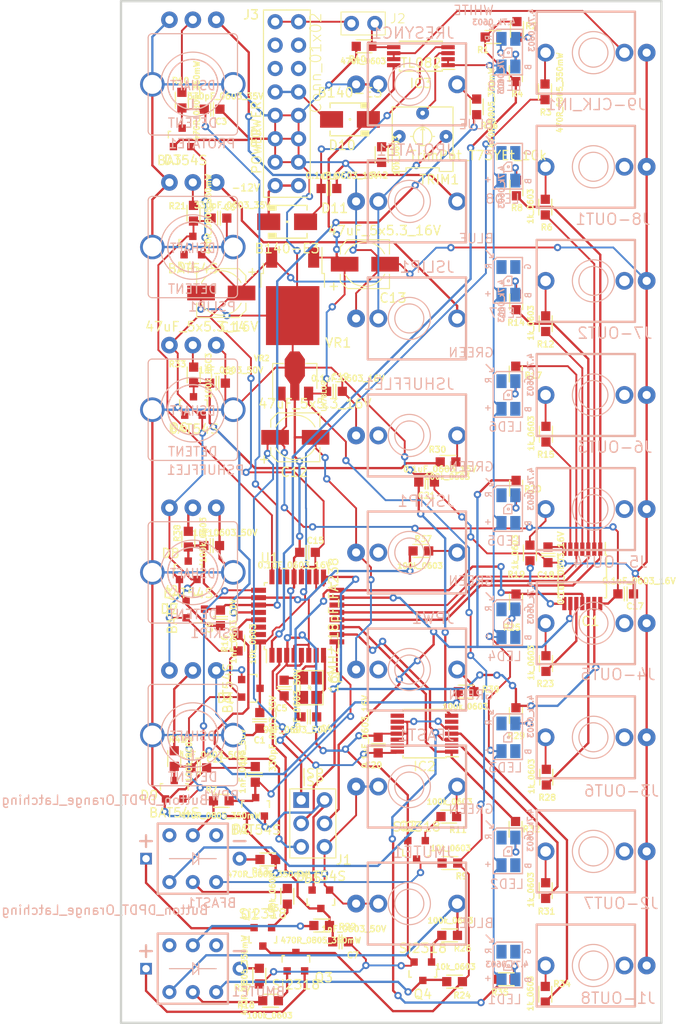
<source format=kicad_pcb>
(kicad_pcb (version 20210606) (generator pcbnew)
  (layers (0 "F.Cu" signal) (31 "B.Cu" signal) (34 "B.Paste" user) (35 "F.Paste" user) (36 "B.SilkS" user "B.Silkscreen") (37 "F.SilkS" user "F.Silkscreen") (38 "B.Mask" user) (39 "F.Mask" user) (44 "Edge.Cuts" user))
  (net 0 "")
  (net 1 "GND")
  (net 2 "+5V")
  (net 3 "Net-(J5-OUT4-Pad1)")
  (net 4 "Net-(BFAST1-Pad2)")
  (net 5 "Net-(BFAST1-Pad8)")
  (net 6 "Net-(BFAST1-Pad7)")
  (net 7 "Net-(BMUTE1-Pad2)")
  (net 8 "Net-(BMUTE1-Pad8)")
  (net 9 "Net-(BMUTE1-Pad7)")
  (net 10 "Net-(JPW1-Pad1)")
  (net 11 "Net-(JRESYNC1-Pad1)")
  (net 12 "Net-(JROTATE1-Pad1)")
  (net 13 "Net-(JSHUFFLE1-Pad1)")
  (net 14 "Net-(JSKIP1-Pad1)")
  (net 15 "Net-(JSLIP1-Pad1)")
  (net 16 "Net-(PPW1-Pad2)")
  (net 17 "Net-(PROTATE1-Pad2)")
  (net 18 "Net-(PSHUFFLE1-Pad2)")
  (net 19 "Net-(PSKIP1-Pad2)")
  (net 20 "Net-(PSLIP1-Pad2)")
  (net 21 "Net-(BFAST1-Pad6)")
  (net 22 "Net-(BFAST1-Pad5)")
  (net 23 "Net-(BFAST1-Pad4)")
  (net 26 "Net-(BMUTE1-Pad6)")
  (net 27 "Net-(BMUTE1-Pad5)")
  (net 28 "Net-(BMUTE1-Pad4)")
  (net 31 "/UC_CLK_IN")
  (net 32 "/UC_FAST")
  (net 33 "/UC_ROTATE")
  (net 34 "Net-(C4-Pad1)")
  (net 35 "Net-(C5-Pad1)")
  (net 36 "/UC_SLIP")
  (net 37 "/UC_MUTE")
  (net 38 "/UC_SHUFFLE")
  (net 39 "/UC_SYNC")
  (net 40 "/UC_SKIP")
  (net 41 "/UC_PW")
  (net 42 "+9V")
  (net 43 "+12V")
  (net 44 "-12VA")
  (net 45 "Net-(D10-Pad2)")
  (net 46 "Net-(D11-Pad1)")
  (net 47 "/UC_OUT1")
  (net 48 "Net-(IC1-Pad2)")
  (net 49 "/UC_OUT2")
  (net 50 "Net-(IC1-Pad4)")
  (net 51 "/UC_OUT3")
  (net 52 "Net-(IC1-Pad6)")
  (net 53 "Net-(IC1-Pad8)")
  (net 54 "/UC_OUT4_MOSI")
  (net 55 "/UC_OUT7")
  (net 56 "Net-(IC2-Pad2)")
  (net 57 "/UC_OUT8")
  (net 58 "Net-(IC2-Pad4)")
  (net 60 "/UC_OUT5_MISO")
  (net 61 "/UC_OUT6_SCK")
  (net 62 "/VREF")
  (net 63 "Net-(IC3-Pad3)")
  (net 64 "Net-(IC3-Pad5)")
  (net 65 "/IN-SW")
  (net 66 "Net-(J2-Pad2)")
  (net 72 "Net-(J1-OUT8-Pad1)")
  (net 74 "Net-(J2-OUT7-Pad1)")
  (net 76 "Net-(J3-OUT6-Pad1)")
  (net 78 "Net-(J4-OUT5-Pad1)")
  (net 81 "Net-(J6-OUT3-Pad1)")
  (net 83 "Net-(J7-OUT2-Pad1)")
  (net 85 "Net-(J8-OUT1-Pad1)")
  (net 90 "Net-(LED1-Pad3)")
  (net 92 "Net-(LED2-Pad4)")
  (net 95 "Net-(LED3-Pad4)")
  (net 98 "Net-(LED4-Pad4)")
  (net 101 "Net-(LED5-Pad4)")
  (net 104 "Net-(LED6-Pad4)")
  (net 108 "Net-(LED7-Pad3)")
  (net 111 "Net-(LED8-Pad3)")
  (net 113 "Net-(LED9-Pad4)")
  (net 114 "Net-(LED9-Pad3)")
  (net 115 "Net-(LED9-Pad1)")
  (net 116 "Net-(Q1-Pad1)")
  (net 117 "Net-(Q2-Pad1)")
  (net 118 "Net-(Q3-Pad1)")
  (net 119 "Net-(Q4-Pad1)")
  (net 120 "/UC_LED_IN")
  (net 121 "/RESET")
  (net 122 "Net-(R42-Pad1)")
  (net 127 "Net-(J9-CLK_IN1-Pad1)")
  (net 128 "Net-(IC1-Pad10)")
  (net 129 "Net-(IC1-Pad12)")
  (net 133 "Net-(C18-Pad1)")
  (net 134 "Net-(C21-Pad1)")
  (footprint "4ms_Package_TO:TO-252-2" (layer "F.Cu") (at 18.64 32.02 -90)
    (fp_text reference "VR1")
    (fp_text value "L78M05CDT")
  )
  (footprint "4ms_Resistor:R_0603" (layer "F.Cu") (at 42.86 40.46 -90)
    (fp_text reference "R17")
    (fp_text value "4.7k_0603")
  )
  (footprint "4ms_Connector:Pins_2x08_2.54mm_TH" (layer "F.Cu") (at 18.01 11.12)
    (fp_text reference "J3")
    (fp_text value "POWER")
  )
  (footprint "4ms_Capacitor:C_0603" (layer "F.Cu") (at 54.8 64.32)
    (fp_text reference "C17")
    (fp_text value "0.1uF_0603_16V")
  )
  (footprint "4ms_Crystal:FA-238" (layer "F.Cu") (at 20.49 74.5 90)
    (fp_text reference "Y1")
    (fp_text value "16MHz_18pF_FA238")
  )
  (footprint "4ms_Resistor:R_0603" (layer "F.Cu") (at 46.11 35 90)
    (fp_text reference "R12")
    (fp_text value "1k_0603")
  )
  (footprint "4ms_Resistor:R_0603" (layer "F.Cu") (at 46.07 107.77 90)
    (fp_text reference "R34")
    (fp_text value "1k_0603")
  )
  (footprint "4ms_Resistor:R_0603" (layer "F.Cu") (at 7.87 23.01 -90)
    (fp_text reference "R21")
    (fp_text value "470R_0805_350mW")
  )
  (footprint "4ms_Resistor:R_0603" (layer "F.Cu") (at 28.3 16.65 -90)
    (fp_text reference "R42")
    (fp_text value "10k_0603")
  )
  (footprint "4ms_Capacitor:C_0603" (layer "F.Cu") (at 17.71 74.54 -90)
    (fp_text reference "C5")
    (fp_text value "9pF_0603_50V")
  )
  (footprint "4ms_Resistor:R_0603" (layer "F.Cu") (at 21.79 100.31 180)
    (fp_text reference "R22")
    (fp_text value "470R_0805_350mW")
  )
  (footprint "4ms_Resistor:R_0603" (layer "F.Cu") (at 46.18 84.21 90)
    (fp_text reference "R28")
    (fp_text value "1k_0603")
  )
  (footprint "4ms_Package_SOT:SOT23-3_PO132" (layer "F.Cu") (at 7.8 26.52)
    (fp_text reference "D4")
    (fp_text value "BAT54S")
  )
  (footprint "4ms_Resistor:R_0603" (layer "F.Cu") (at 32.56 59.66 180)
    (fp_text reference "R37")
    (fp_text value "100k_0603")
  )
  (footprint "4ms_Package_SOT:SOT23-3_PO132" (layer "F.Cu") (at 32.77 105.27 180)
    (fp_text reference "Q4")
    (fp_text value "Si2318")
  )
  (footprint "4ms_Resistor:R_0603" (layer "F.Cu") (at 42.93 20.27 90)
    (fp_text reference "R8")
    (fp_text value "4.7k_0603")
  )
  (footprint "4ms_Package_SOT:SOT23-3_PO132" (layer "F.Cu") (at 32.09 92.1 180)
    (fp_text reference "Q2")
    (fp_text value "Si2318")
  )
  (footprint "4ms_Package_SOT:SOT23-3_PO132" (layer "F.Cu") (at 21.7 97.46 180)
    (fp_text reference "D5")
    (fp_text value "BAT54S")
  )
  (footprint "4ms_Capacitor:C_0603" (layer "F.Cu") (at 8.45 83.2)
    (fp_text reference "C11")
    (fp_text value "1nF_0603_50V")
  )
  (footprint "4ms_Resistor:R_0603" (layer "F.Cu") (at 46.14 71.88 90)
    (fp_text reference "R23")
    (fp_text value "1k_0603")
  )
  (footprint "4ms_Diode:D_SMA" (layer "F.Cu") (at 18.04 23.94)
    (fp_text reference "D11")
    (fp_text value "B140-E3")
  )
  (footprint "4ms_Package_SSOP:TSSOP-14_4.4x5mm_P0.65mm" (layer "F.Cu") (at 32.95 79.49 180)
    (fp_text reference "IC2")
    (fp_text value "40106")
  )
  (footprint "4ms_Resistor:R_0603" (layer "F.Cu") (at 41.83 106.14)
    (fp_text reference "R35")
    (fp_text value "4.7k_0603")
  )
  (footprint "4ms_Capacitor:C_0603" (layer "F.Cu") (at 20.25 59.81 180)
    (fp_text reference "C15")
    (fp_text value "0.1uF_0603_16V")
  )
  (footprint "4ms_Capacitor:C_0603" (layer "F.Cu") (at 22.58 20.33)
    (fp_text reference "C16")
    (fp_text value "0.1uF_0603_16V")
  )
  (footprint "4ms_Resistor:R_0603" (layer "F.Cu") (at 42.91 32.63 90)
    (fp_text reference "R14")
    (fp_text value "4.7k_0603")
  )
  (footprint "4ms_Resistor:R_0603" (layer "F.Cu") (at 35.68 101.38)
    (fp_text reference "R26")
    (fp_text value "100k_0603")
  )
  (footprint "4ms_Capacitor:C_0603" (layer "F.Cu") (at 10.64 23.54)
    (fp_text reference "C6")
    (fp_text value "330pF_0603_35V")
  )
  (footprint "4ms_Resistor:R_0603" (layer "F.Cu") (at 5.78 82.19 -90)
    (fp_text reference "R41")
    (fp_text value "100k_0603")
  )
  (footprint "4ms_Resistor:R_0603" (layer "F.Cu") (at 10.89 86.78 180)
    (fp_text reference "R7")
    (fp_text value "470R_0805_350mW")
  )
  (footprint "4ms_Resistor:R_0603" (layer "F.Cu") (at 35.71 93.53)
    (fp_text reference "R9")
    (fp_text value "10k_0603")
  )
  (footprint "4ms_Package_SOT:SOT23-3_PO132" (layer "F.Cu") (at 14.62 87.43)
    (fp_text reference "D2")
    (fp_text value "BAT54S")
  )
  (footprint "4ms_Capacitor:C_0603" (layer "F.Cu") (at 27.92 80.73 90)
    (fp_text reference "C20")
    (fp_text value "0.1uF_0603_16V")
  )
  (footprint "4ms_Capacitor:C_0603" (layer "F.Cu") (at 46.36 60.08 -90)
    (fp_text reference "C18")
    (fp_text value "0.1uF_0603_16V")
  )
  (footprint "4ms_Resistor:R_0603" (layer "F.Cu") (at 44.4 59.88 90)
    (fp_text reference "R19")
    (fp_text value "1k_0603")
  )
  (footprint "4ms_Capacitor:C_0603" (layer "F.Cu") (at 20.4 77.67 180)
    (fp_text reference "C4")
    (fp_text value "9pF_0603_50V")
  )
  (footprint "4ms_Resistor:R_0603" (layer "F.Cu") (at 12.71 69.66 -90)
    (fp_text reference "R16")
    (fp_text value "10k_0603")
  )
  (footprint "4ms_Package_SSOP:TSSOP-14_4.4x5mm_P0.65mm" (layer "F.Cu") (at 50.09 62.42 -90)
    (fp_text reference "IC1")
    (fp_text value "40106")
  )
  (footprint "4ms_Capacitor:C_0603" (layer "F.Cu") (at 9.85 59.08)
    (fp_text reference "C10")
    (fp_text value "1nF_0603_50V")
  )
  (footprint "4ms_Capacitor:C_0603" (layer "F.Cu") (at 9.89 11.72)
    (fp_text reference "C3")
    (fp_text value "330pF_0603_35V")
  )
  (footprint "4ms_Capacitor:CP_Elec_5x5.3" (layer "F.Cu") (at 18.93 47.33)
    (fp_text reference "C12")
    (fp_text value "47uF_5x5.3_16V")
  )
  (footprint "4ms_Capacitor:CP_Elec_5x5.3" (layer "F.Cu") (at 10.89 31.67 180)
    (fp_text reference "C14")
    (fp_text value "47uF_5x5.3_16V")
  )
  (footprint "4ms_Resistor:R_0603" (layer "F.Cu") (at 40.39 3.89)
    (fp_text reference "R1")
    (fp_text value "4.7k_0603")
  )
  (footprint "4ms_Potentiometer:Pot_Trim_7x6.6mm_T73YE" (layer "F.Cu") (at 32.75 14.68)
    (fp_text reference "TRIM1")
    (fp_text value "TrimPot_T73YEt_10k")
  )
  (footprint "4ms_Connector:Pins_2x03_2.54mm_TH" (layer "F.Cu") (at 20.83 89.23)
    (fp_text reference "J1")
    (fp_text value "ISP")
  )
  (footprint "4ms_Resistor:R_0603" (layer "F.Cu") (at 16.24 108.47 180)
    (fp_text reference "R18")
    (fp_text value "100k_0603")
  )
  (footprint "4ms_Resistor:R_0603" (layer "F.Cu") (at 35.59 88.49)
    (fp_text reference "R11")
    (fp_text value "100k_0603")
  )
  (footprint "4ms_Resistor:R_0603" (layer "F.Cu") (at 7.31 58.38 -90)
    (fp_text reference "R38")
    (fp_text value "100k_0603")
  )
  (footprint "4ms_Resistor:R_0603" (layer "F.Cu") (at 38.62 11.47 -90)
    (fp_text reference "R36")
    (fp_text value "470R_0805_350mW")
  )
  (footprint "4ms_Package_SSOP:TSSOP-8_4.4x3mm_Pitch0.65mm" (layer "F.Cu") (at 32.56 5.97 180)
    (fp_text reference "IC3")
    (fp_text value "TL082")
  )
  (footprint "4ms_Resistor:R_0603" (layer "F.Cu") (at 42.87 7.87 90)
    (fp_text reference "R4")
    (fp_text value "4.7k_0603")
  )
  (footprint "4ms_Package_SOT:SOT23-3_PO132" (layer "F.Cu") (at 6.64 14.78)
    (fp_text reference "D3")
    (fp_text value "BAT54S")
  )
  (footprint "4ms_Resistor:R_0603" (layer "F.Cu") (at 7.89 40.56 -90)
    (fp_text reference "R33")
    (fp_text value "100k_0603")
  )
  (footprint "4ms_Resistor:R_0603" (layer "F.Cu") (at 42.89 65.19 -90)
    (fp_text reference "R25")
    (fp_text value "4.7k_0603")
  )
  (footprint "4ms_Resistor:R_0603" (layer "F.Cu") (at 42.9 52.85 -90)
    (fp_text reference "R20")
    (fp_text value "4.7k_0603")
  )
  (footprint "4ms_Package_SOT:SOT23-3_PO132" (layer "F.Cu") (at 15.4 101.54 180)
    (fp_text reference "Q1")
    (fp_text value "Si2318")
  )
  (footprint "4ms_Package_SOT:SOT89-3" (layer "F.Cu") (at 18.87 41.1 90)
    (fp_text reference "VR2")
    (fp_text value "UA78L09")
  )
  (footprint "4ms_Resistor:R_0603" (layer "F.Cu") (at 46.11 96.52 90)
    (fp_text reference "R31")
    (fp_text value "1k_0603")
  )
  (footprint "4ms_Resistor:R_0603" (layer "F.Cu") (at 15.94 93.14 180)
    (fp_text reference "R13")
    (fp_text value "470R_0805_350mW")
  )
  (footprint "4ms_Resistor:R_0603" (layer "F.Cu") (at 26.39 4.9 180)
    (fp_text reference "R40")
    (fp_text value "470k_0603")
  )
  (footprint "4ms_Resistor:R_0603" (layer "F.Cu") (at 42.84 89.87 -90)
    (fp_text reference "R32")
    (fp_text value "4.7k_0603")
  )
  (footprint "4ms_Diode:D_SMA" (layer "F.Cu") (at 24.86 12.83 180)
    (fp_text reference "D10")
    (fp_text value "B140-E3")
  )
  (footprint "4ms_Capacitor:CP_Elec_5x5.3" (layer "F.Cu") (at 26.48 28.54)
    (fp_text reference "C13")
    (fp_text value "47uF_5x5.3_16V")
  )
  (footprint "4ms_Package_SOT:SOT23-3_PO132" (layer "F.Cu") (at 7.87 43.93)
    (fp_text reference "D6")
    (fp_text value "BAT54S")
  )
  (footprint "4ms_Resistor:R_0603" (layer "F.Cu") (at 6.61 10.74 -90)
    (fp_text reference "R10")
    (fp_text value "470R_0805_350mW")
  )
  (footprint "4ms_Resistor:R_0603" (layer "F.Cu") (at 42.88 77.53 -90)
    (fp_text reference "R29")
    (fp_text value "4.7k_0603")
  )
  (footprint "4ms_Resistor:R_0603" (layer "F.Cu") (at 15.02 105.8 90)
    (fp_text reference "R27")
    (fp_text value "470R_0805_350mW")
  )
  (footprint "4ms_Capacitor:C_0603" (layer "F.Cu") (at 14.58 83.91 90)
    (fp_text reference "C2")
    (fp_text value "1nF_0603_50V")
  )
  (footprint "4ms_Capacitor:C_0603" (layer "F.Cu") (at 10.48 41.45)
    (fp_text reference "C8")
    (fp_text value "1nF_0603_50V")
  )
  (footprint "4ms_Package_SOT:SOT23-3_PO132" (layer "F.Cu") (at 14.1 74.57 -90)
    (fp_text reference "D1")
    (fp_text value "BAT54S")
  )
  (footprint "4ms_Resistor:R_0603" (layer "F.Cu") (at 36.22 106.4)
    (fp_text reference "R24")
    (fp_text value "10k_0603")
  )
  (footprint "4ms_Resistor:R_0603" (layer "F.Cu") (at 46.14 46.99 90)
    (fp_text reference "R15")
    (fp_text value "1k_0603")
  )
  (footprint "4ms_Connector:Pins_1x02_2.54mm_TH" (layer "F.Cu") (at 26.29 2.42 -90)
    (fp_text reference "J2")
    (fp_text value "Conn_01x02")
  )
  (footprint "4ms_Package_SOT:SOT23-3_PO132" (layer "F.Cu") (at 8.07 65.97 -90)
    (fp_text reference "D7")
    (fp_text value "BAT54S")
  )
  (footprint "4ms_Resistor:R_0603" (layer "F.Cu") (at 37.47 74.93 180)
    (fp_text reference "R39")
    (fp_text value "100k_0603")
  )
  (footprint "4ms_Package_SOT:SOT23-3_PO132" (layer "F.Cu") (at 5.78 85.57)
    (fp_text reference "D9")
    (fp_text value "BAT54S")
  )
  (footprint "4ms_Resistor:R_0603" (layer "F.Cu") (at 46.04 9.84 -90)
    (fp_text reference "R3")
    (fp_text value "470R_0805_350mW")
  )
  (footprint "4ms_Resistor:R_0603" (layer "F.Cu") (at 46.07 22.35 90)
    (fp_text reference "R6")
    (fp_text value "1k_0603")
  )
  (footprint "4ms_Capacitor:C_0603" (layer "F.Cu") (at 10.8 66.93 -90)
    (fp_text reference "C9")
    (fp_text value "1nF_0603_50V")
  )
  (footprint "4ms_Capacitor:C_0603" (layer "F.Cu") (at 23.84 102.08)
    (fp_text reference "C7")
    (fp_text value "1nF_0603_50V")
  )
  (footprint "4ms_Package_QFP:TQFP-32_7x7mm_P0.8mm" (layer "F.Cu") (at 19.19 66.73 90)
    (fp_text reference "U1")
    (fp_text value "ATMEGA328-AU")
  )
  (footprint "4ms_Resistor:R_0603" (layer "F.Cu") (at 18.06 97.14 90)
    (fp_text reference "R5")
    (fp_text value "100k_0603")
  )
  (footprint "4ms_Capacitor:C_0603" (layer "F.Cu") (at 15.07 78.05 -90)
    (fp_text reference "C1")
    (fp_text value "330pF_0603_35V")
  )
  (footprint "4ms_Resistor:R_0603" (layer "F.Cu") (at 35.51 50 180)
    (fp_text reference "R30")
    (fp_text value "100k_0603")
  )
  (footprint "4ms_Capacitor:C_0603" (layer "F.Cu") (at 23.18 42.34)
    (fp_text reference "C19")
    (fp_text value "0.1uF_0603_16V")
  )
  (footprint "4ms_Package_SOT:SOT23-3_PO132" (layer "F.Cu") (at 7.3 61.76)
    (fp_text reference "D8")
    (fp_text value "BAT54S")
  )
  (footprint "4ms_Resistor:R_0603" (layer "F.Cu") (at 42.99 3.07 -90)
    (fp_text reference "R2")
    (fp_text value "4.7k_0603")
  )
  (footprint "4ms_Capacitor:C_0603" (layer "F.Cu") (at 33.18 52.18)
    (fp_text reference "C21")
    (fp_text value "0.1uF_0603_16V")
  )
  (footprint "4ms_Package_SOT:SOT23-3_PO132" (layer "F.Cu") (at 18.99 104.23)
    (fp_text reference "Q3")
    (fp_text value "Si2318")
  )
  (footprint "4ms_Jack:EighthInch_PJ398SM" (layer "B.Cu") (at 51.308 17.9705)
    (fp_text reference "J8-OUT1")
    (fp_text value "JACK-MONO-SWB" hide)
  )
  (footprint "4ms_Switch:Button_LED_PB61303" (layer "B.Cu") (at 7.7978 93.0529 180)
    (fp_text reference "BFAST1")
    (fp_text value "Button_DPDT_Orange_Latching")
  )
  (footprint "4ms_Jack:EighthInch_PJ398SM" (layer "B.Cu") (at 31.2928 9.0297 180)
    (fp_text reference "JRESYNC1")
    (fp_text value "JRESYNC" hide)
  )
  (footprint "4ms_Jack:EighthInch_PJ398SM" (layer "B.Cu") (at 31.2928 34.4297 180)
    (fp_text reference "JSLIP1")
    (fp_text value "JSLIP" hide)
  )
  (footprint "4ms_Potentiometer:Pot_9mm_Dshaft_Det" (layer "B.Cu") (at 7.7978 44.3357 180)
    (fp_text reference "PSHUFFLE1")
    (fp_text value "9mm_CtrDet_10k_DShaft" hide)
  )
  (footprint "4ms_LED:LED_PLCC-4" (layer "B.Cu") (at 42.0624 92.2655 -90)
    (fp_text reference "LED2")
    (fp_text value "GREEN")
  )
  (footprint "4ms_Jack:EighthInch_PJ398SM" (layer "B.Cu") (at 51.308 30.353)
    (fp_text reference "J7-OUT2")
    (fp_text value "JACK-MONO-SWB" hide)
  )
  (footprint "4ms_Jack:EighthInch_PJ398SM" (layer "B.Cu") (at 51.308 42.7355)
    (fp_text reference "J6-OUT3")
    (fp_text value "JACK-MONO-SWB" hide)
  )
  (footprint "4ms_Potentiometer:Pot_9mm_Dshaft_Det" (layer "B.Cu") (at 7.7978 26.6827 180)
    (fp_text reference "PSLIP1")
    (fp_text value "9mm_CtrDet_10k_DShaft" hide)
  )
  (footprint "4ms_Potentiometer:Pot_9mm_Dshaft_Det" (layer "B.Cu") (at 7.7978 79.6417 180)
    (fp_text reference "PPW1")
    (fp_text value "9mm_CtrDet_10k_DShaft" hide)
  )
  (footprint "4ms_Jack:EighthInch_PJ398SM" (layer "B.Cu") (at 51.308 104.648)
    (fp_text reference "J1-OUT8")
    (fp_text value "JACK-MONO-SWB" hide)
  )
  (footprint "4ms_Jack:EighthInch_PJ398SM" (layer "B.Cu") (at 31.2928 72.5297 180)
    (fp_text reference "JPW1")
    (fp_text value "JPW" hide)
  )
  (footprint "4ms_Jack:EighthInch_PJ398SM" (layer "B.Cu") (at 31.2928 97.9297 180)
    (fp_text reference "JMUTE1")
    (fp_text value "3.5mm_Stereo_SymSmall_0.05" hide)
  )
  (footprint "4ms_Switch:Button_LED_PB61303" (layer "B.Cu") (at 7.7978 104.9909 180)
    (fp_text reference "BMUTE1")
    (fp_text value "Button_DPDT_Orange_Latching")
  )
  (footprint "4ms_Jack:EighthInch_PJ398SM" (layer "B.Cu") (at 51.308 5.588)
    (fp_text reference "J9-CLK_IN1")
    (fp_text value "JCLK_IN" hide)
  )
  (footprint "4ms_Jack:EighthInch_PJ398SM" (layer "B.Cu") (at 31.2928 59.8297 180)
    (fp_text reference "JSKIP1")
    (fp_text value "JSKIP" hide)
  )
  (footprint "4ms_Jack:EighthInch_PJ398SM" (layer "B.Cu") (at 51.308 92.2655)
    (fp_text reference "J2-OUT7")
    (fp_text value "JACK-MONO-SWB" hide)
  )
  (footprint "4ms_Jack:EighthInch_PJ398SM" (layer "B.Cu") (at 51.308 67.5005)
    (fp_text reference "J4-OUT5")
    (fp_text value "JACK-MONO-SWB" hide)
  )
  (footprint "4ms_Jack:EighthInch_PJ398SM" (layer "B.Cu") (at 31.2928 47.1297 180)
    (fp_text reference "JSHUFFLE1")
    (fp_text value "JSHUFFLE" hide)
  )
  (footprint "4ms_Jack:EighthInch_PJ398SM" (layer "B.Cu") (at 31.2928 85.2297 180)
    (fp_text reference "JFAST1")
    (fp_text value "3.5mm_Stereo_SymSmall_0.05" hide)
  )
  (footprint "4ms_LED:LED_PLCC-4" (layer "B.Cu") (at 42.0624 42.7355 -90)
    (fp_text reference "LED6")
    (fp_text value "GREEN")
  )
  (footprint "4ms_Potentiometer:Pot_9mm_Dshaft_Det" (layer "B.Cu") (at 7.7978 61.9887 180)
    (fp_text reference "PSKIP1")
    (fp_text value "9mm_CtrDet_10k_DShaft" hide)
  )
  (footprint "4ms_LED:LED_PLCC-4" (layer "B.Cu") (at 42.0624 5.588 -90)
    (fp_text reference "LED9")
    (fp_text value "WHITE")
  )
  (footprint "4ms_Potentiometer:Pot_9mm_Dshaft_Det" (layer "B.Cu") (at 7.7978 9.0297 180)
    (fp_text reference "PROTATE1")
    (fp_text value "9mm_CtrDet_10k_DShaft" hide)
  )
  (footprint "4ms_LED:LED_PLCC-4" (layer "B.Cu") (at 42.0624 30.353 -90)
    (fp_text reference "LED7")
    (fp_text value "BLUE")
  )
  (footprint "4ms_LED:LED_PLCC-4" (layer "B.Cu") (at 42.0624 67.5005 -90)
    (fp_text reference "LED4")
    (fp_text value "GREEN")
  )
  (footprint "4ms_Jack:EighthInch_PJ398SM" (layer "B.Cu") (at 51.308 79.883)
    (fp_text reference "J3-OUT6")
    (fp_text value "JACK-MONO-SWB" hide)
  )
  (footprint "4ms_LED:LED_PLCC-4" (layer "B.Cu") (at 42.0624 17.9705 -90)
    (fp_text reference "LED8")
    (fp_text value "BLUE")
  )
  (footprint "4ms_LED:LED_PLCC-4" (layer "B.Cu") (at 42.0624 55.118 -90)
    (fp_text reference "LED5")
    (fp_text value "GREEN")
  )
  (footprint "4ms_LED:LED_PLCC-4" (layer "B.Cu") (at 42.0624 79.883 -90)
    (fp_text reference "LED3")
    (fp_text value "GREEN")
  )
  (footprint "4ms_Jack:EighthInch_PJ398SM" (layer "B.Cu") (at 51.308 55.118)
    (fp_text reference "J5-OUT4")
    (fp_text value "JACK-MONO-SWB" hide)
  )
  (footprint "4ms_Jack:EighthInch_PJ398SM" (layer "B.Cu") (at 31.2928 21.7297 180)
    (fp_text reference "JROTATE1")
    (fp_text value "JROTATE" hide)
  )
  (footprint "4ms_LED:LED_PLCC-4" (layer "B.Cu") (at 42.0624 104.648 -90)
    (fp_text reference "LED1")
    (fp_text value "BLUE")
  )
  (gr_line (start 58.674 0) (end 58.674 110.871) (layer "Edge.Cuts") (width 0.254))
  (gr_line (start 58.674 110.871) (end 0 110.871) (layer "Edge.Cuts") (width 0.254))
  (gr_line (start 0 0) (end 58.674 0) (layer "Edge.Cuts") (width 0.254))
  (gr_line (start 0 110.871) (end 0 0) (layer "Edge.Cuts") (width 0.254))
  (gr_text "-12V" (at 13.55 20.25) (layer "F.SilkS") (effects (font (size 0.762 0.762))))
  (gr_text "ISP" (at 20.85 84.67) (layer "F.SilkS") (effects (font (size 1 1))))
  (gr_text "POWER" (at 14.7 13.36 90) (layer "F.SilkS") (effects (font (size 1 1))))
  (segment (start 25.527 55.027) (end 22.34 51.84) (width 0.2032) (layer "F.Cu") (net 1))
  (segment (start 19.38 69.08) (end 19.68 68.78) (width 0.25) (layer "F.Cu") (net 1))
  (segment (start 6.98 85.52) (end 9.3 83.2) (width 0.25) (layer "F.Cu") (net 1))
  (segment (start 55.65 62.29) (end 55.65 64.32) (width 0.2032) (layer "F.Cu") (net 1))
  (segment (start 27.75 79.71) (end 27.92 79.88) (width 0.25) (layer "F.Cu") (net 1))
  (segment (start 18.07 69.08) (end 19.38 69.08) (width 0.25) (layer "F.Cu") (net 1))
  (segment (start 3.403763 61.986857) (end 3.403763 79.639857) (width 0.25) (layer "F.Cu") (net 1))
  (segment (start 6.92 44.93076) (end 6.92 44.83) (width 0.2032) (layer "F.Cu") (net 1))
  (segment (start 16.75952 39.7665) (end 12.192163 44.333857) (width 0.2032) (layer "F.Cu") (net 1))
  (segment (start 5.69 15.78076) (end 6.414561 15.056199) (width 0.25) (layer "F.Cu") (net 1))
  (segment (start 5.257963 19.670457) (end 3.403763 21.524657) (width 0.25) (layer "F.Cu") (net 1))
  (segment (start 57.0738 104.648) (end 57.0738 92.2655) (width 0.25) (layer "F.Cu") (net 1))
  (segment (start 5.230142 86.57076) (end 6.280902 85.52) (width 0.25) (layer "F.Cu") (net 1))
  (segment (start 11.49 23.54) (end 11.49 25.978694) (width 0.2032) (layer "F.Cu") (net 1))
  (segment (start 30.3 28.54) (end 31.37 29.61) (width 0.2032) (layer "F.Cu") (net 1))
  (segment (start 9.429098 67.78) (end 10.8 67.78) (width 0.25) (layer "F.Cu") (net 1))
  (segment (start 18.79 63.62) (end 18.42 63.99) (width 0.25) (layer "F.Cu") (net 1))
  (segment (start 31.76 78.19) (end 31.79 78.16) (width 0.2032) (layer "F.Cu") (net 1))
  (segment (start 24.03 40.96) (end 30.805275 47.735275) (width 0.2032) (layer "F.Cu") (net 1))
  (segment (start 16.79 93.14) (end 16.79 94.59) (width 0.25) (layer "F.Cu") (net 1))
  (segment (start 21.13 48.5) (end 21.13 47.33) (width 0.2032) (layer "F.Cu") (net 1))
  (segment (start 25.2173 34.12) (end 25.527 34.4297) (width 0.2032) (layer "F.Cu") (net 1))
  (segment (start 6.414561 15.056199) (end 13.823801 15.056199) (width 0.25) (layer "F.Cu") (net 1))
  (segment (start 19.55 77.67) (end 17.71 75.83) (width 0.2032) (layer "F.Cu") (net 1))
  (segment (start 5.257963 19.670457) (end 3.403763 17.816257) (width 0.25) (layer "F.Cu") (net 1))
  (segment (start 25.83 79.71) (end 27.75 79.71) (width 0.25) (layer "F.Cu") (net 1))
  (segment (start 18.64 34.12) (end 18.64 39.5365) (width 0.2032) (layer "F.Cu") (net 1))
  (segment (start 25.54 6.13) (end 22.57 9.1) (width 0.25) (layer "F.Cu") (net 1))
  (segment (start 28.31 79.49) (end 30 79.49) (width 0.2032) (layer "F.Cu") (net 1))
  (segment (start 31.09 80.6282) (end 31.09 79.3282) (width 0.2032) (layer "F.Cu") (net 1))
  (segment (start 11.33 43.471694) (end 12.192163 44.333857) (width 0.2032) (layer "F.Cu") (net 1))
  (segment (start 11.33 38.315494) (end 11.33 41.45) (width 0.2032) (layer "F.Cu") (net 1))
  (segment (start 24.12046 97.9297) (end 22.65 96.45924) (width 0.2032) (layer "F.Cu") (net 1))
  (segment (start 18.07 70.9) (end 17.99 70.98) (width 0.25) (layer "F.Cu") (net 1))
  (segment (start 25.527 31.693) (end 28.68 28.54) (width 0.2032) (layer "F.Cu") (net 1))
  (segment (start 6.85 27.52076) (end 6.85 27.23) (width 0.2032) (layer "F.Cu") (net 1))
  (segment (start 47.4 26.73) (end 35.84 26.73) (width 0.2032) (layer "F.Cu") (net 1))
  (segment (start 18.64 34.12) (end 19.12 33.64) (width 0.2032) (layer "F.Cu") (net 1))
  (segment (start 17.71 75.83) (end 17.71 75.39) (width 0.2032) (layer "F.Cu") (net 1))
  (segment (start 30.949022 80.79) (end 30 80.79) (width 0.25) (layer "F.Cu") (net 1))
  (segment (start 12.192163 79.639857) (end 14.330143 79.639857) (width 0.25) (layer "F.Cu") (net 1))
  (segment (start 22.8365 39.7665) (end 18.87 39.7665) (width 0.2032) (layer "F.Cu") (net 1))
  (segment (start 26.26 83.06) (end 24.37 81.17) (width 0.25) (layer "F.Cu") (net 1))
  (segment (start 28.68 28.54) (end 27.15 27.01) (width 0.2032) (layer "F.Cu") (net 1))
  (segment (start 3.403763 61.986857) (end 5.576097 61.986857) (width 0.25) (layer "F.Cu") (net 1))
  (segment (start 20.46 21.19) (end 20.46 18.65) (width 0.2032) (layer "F.Cu") (net 1))
  (segment (start 5.576097 61.986857) (end 6.35 62.76076) (width 0.25) (layer "F.Cu") (net 1))
  (segment (start 24.69 102.08) (end 26.59 103.98) (width 0.2032) (layer "F.Cu") (net 1))
  (segment (start 3.403763 79.639857) (end 3.403763 85.144523) (width 0.25) (layer "F.Cu") (net 1))
  (segment (start 46.49 61.06) (end 46.36 60.93) (width 0.25) (layer "F.Cu") (net 1))
  (segment (start 31.14 103.6525) (end 31.14 91.1625) (width 0.2032) (layer "F.Cu") (net 1))
  (segment (start 25.527 97.9297) (end 27.94 97.9297) (width 0.2032) (layer "F.Cu") (net 1))
  (segment (start 34.43 78.14) (end 35.13 78.84) (width 0.2032) (layer "F.Cu") (net 1))
  (segment (start 27.92 79.88) (end 28.31 79.49) (width 0.2032) (layer "F.Cu") (net 1))
  (segment (start 3.403763 21.524657) (end 3.403763 26.680857) (width 0.25) (layer "F.Cu") (net 1))
  (segment (start 34.03 51.4768) (end 33.8632 51.31) (width 0.2032) (layer "F.Cu") (net 1))
  (segment (start 16.74 17.47) (end 19.28 17.47) (width 0.2032) (layer "F.Cu") (net 1))
  (segment (start 14.44 83.2) (end 14.58 83.06) (width 0.2032) (layer "F.Cu") (net 1))
  (segment (start 25.527 34.4297) (end 25.527 31.693) (width 0.2032) (layer "F.Cu") (net 1))
  (segment (start 16.74 14.93) (end 16.74 17.47) (width 0.2032) (layer "F.Cu") (net 1))
  (segment (start 10.7 55.338494) (end 10.337963 54.976457) (width 0.25) (layer "F.Cu") (net 1))
  (segment (start 6.85 27.23) (end 7.399143 26.680857) (width 0.2032) (layer "F.Cu") (net 1))
  (segment (start 31.82 51.31) (end 31.38 50.87) (width 0.2032) (layer "F.Cu") (net 1))
  (segment (start 22.1 91.77) (end 22.1 94.67) (width 0.2032) (layer "F.Cu") (net 1))
  (segment (start 7.06924 65.420142) (end 9.429098 67.78) (width 0.25) (layer "F.Cu") (net 1))
  (segment (start 19.4 59.81) (end 18.79 60.42) (width 0.25) (layer "F.Cu") (net 1))
  (segment (start 11.49 25.978694) (end 12.192163 26.680857) (width 0.2032) (layer "F.Cu") (net 1))
  (segment (start 31.14 86.16) (end 28.04 83.06) (width 0.25) (layer "F.Cu") (net 1))
  (segment (start 18.87 39.7665) (end 16.75952 39.7665) (width 0.2032) (layer "F.Cu") (net 1))
  (segment (start 19.28 17.47) (end 19.28 14.93) (width 0.2032) (layer "F.Cu") (net 1))
  (segment (start 31.14 91.1625) (end 31.14 86.16) (width 0.25) (layer "F.Cu") (net 1))
  (segment (start 57.0738 55.118) (end 57.0738 60.8662) (width 0.25) (layer "F.Cu") (net 1))
  (segment (start 25.54 9.0167) (end 25.527 9.0297) (width 0.25) (layer "F.Cu") (net 1))
  (segment (start 19.12 33.64) (end 19.12 27.07) (width 0.2032) (layer "F.Cu") (net 1))
  (segment (start 16.79 93.14) (end 13.67 90.02) (width 0.25) (layer "F.Cu") (net 1))
  (segment (start 31.82 104.3325) (end 31.14 103.6525) (width 0.2032) (layer "F.Cu") (net 1))
  (segment (start 31.09 79.3282) (end 30.9282 79.49) (width 0.2032) (layer "F.Cu") (net 1))
  (segment (start 16.908889 73.061111) (end 17.94 72.03) (width 0.2032) (layer "F.Cu") (net 1))
  (segment (start 25.527 59.8297) (end 25.527 55.027) (width 0.2032) (layer "F.Cu") (net 1))
  (segment (start 6.280902 85.52) (end 6.98 85.52) (width 0.25) (layer "F.Cu") (net 1))
  (segment (start 19.59 71.904022) (end 19.59 70.98) (width 0.25) (layer "F.Cu") (net 1))
  (segment (start 23.43 18.56) (end 24.39 17.6) (width 0.25) (layer "F.Cu") (net 1))
  (segment (start 24.03 40.96) (end 22.8365 39.7665) (width 0.2032) (layer "F.Cu") (net 1))
  (segment (start 30 78.19) (end 30.9282 78.19) (width 0.2032) (layer "F.Cu") (net 1))
  (segment (start 19.38 49.94) (end 18.87 49.43) (width 0.25) (layer "F.Cu") (net 1))
  (segment (start 18.79 62.48) (end 18.79 63.62) (width 0.25) (layer "F.Cu") (net 1))
  (segment (start 4.75 87.94) (end 4.75 86.65076) (width 0.25) (layer "F.Cu") (net 1))
  (segment (start 23.43 20.33) (end 23.43 18.56) (width 0.25) (layer "F.Cu") (net 1))
  (segment (start 35.84 26.73) (end 35.82 26.75) (width 0.2032) (layer "F.Cu") (net 1))
  (segment (start 28.3 17.5) (end 24.49 17.5) (width 0.2032) (layer "F.Cu") (net 1))
  (segment (start 18.87 49.43) (end 18.87 47.33) (width 0.25) (layer "F.Cu") (net 1))
  (segment (start 7.06924 65.02) (end 7.06924 65.420142) (width 0.25) (layer "F.Cu") (net 1))
  (segment (start 30.805275 47.735275) (end 30.805275 49.444918) (width 0.2032) (layer "F.Cu") (net 1))
  (segment (start 19.389511 72.104511) (end 19.59 71.904022) (width 0.25) (layer "F.Cu") (net 1))
  (segment (start 12.192163 61.986857) (end 10.7 60.494694) (width 0.25) (layer "F.Cu") (net 1))
  (segment (start 3.403763 44.333857) (end 3.403763 61.986857) (width 0.25) (layer "F.Cu") (net 1))
  (segment (start 30.9282 78.19) (end 31.09 78.3518) (width 0.2032) (layer "F.Cu") (net 1))
  (segment (start 34.03 52.99) (end 37.01 55.97) (width 0.2032) (layer "F.Cu") (net 1))
  (segment (start 13.67 88.43076) (end 11.11076 88.43076) (width 0.25) (layer "F.Cu") (net 1))
  (segment (start 21.19 79.02) (end 21.19 80.57) (width 0.25) (layer "F.Cu") (net 1))
  (segment (start 55.84 62.1) (end 57.0738 63.3338) (width 0.2032) (layer "F.Cu") (net 1))
  (segment (start 6.35 64.30076) (end 7.06924 65.02) (width 0.25) (layer "F.Cu") (net 1))
  (segment (start 16.57 105.32) (end 15.24 106.65) (width 0.2032) (layer "F.Cu") (net 1))
  (segment (start 9.3 83.2) (end 14.44 83.2) (width 0.2032) (layer "F.Cu") (net 1))
  (segment (start 25.527 59.8297) (end 27.14 61.4427) (width 0.2032) (layer "F.Cu") (net 1))
  (segment (start 25.527 97.9297) (end 24.12046 97.9297) (width 0.2032) (layer "F.Cu") (net 1))
  (segment (start 16.79 94.59) (end 16.8 94.6) (width 0.25) (layer "F.Cu") (net 1))
  (segment (start 25.3267 47.33) (end 25.527 47.1297) (width 0.2032) (layer "F.Cu") (net 1))
  (segment (start 18.79 60.42) (end 18.79 62.48) (width 0.25) (layer "F.Cu") (net 1))
  (segment (start 22.1 91.77) (end 25.527 88.343) (width 0.2032) (layer "F.Cu") (net 1))
  (segment (start 30.9282 79.49) (end 30 79.49) (width 0.2032) (layer "F.Cu") (net 1))
  (segment (start 10.74 11.72) (end 13.95 14.93) (width 0.25) (layer "F.Cu") (net 1))
  (segment (start 37.97 58.14) (end 39.758889 59.928889) (width 0.2032) (layer "F.Cu") (net 1))
  (segment (start 26.59 103.98) (end 26.59 104.64) (width 0.2032) (layer "F.Cu") (net 1))
  (segment (start 30.42 104.67) (end 31.4825 104.67) (width 0.2032) (layer "F.Cu") (net 1))
  (segment (start 5.69 19.23842) (end 5.257963 19.670457) (width 0.25) (layer "F.Cu") (net 1))
  (segment (start 17.99 70.98) (end 17.99 72.03) (width 0.25) (layer "F.Cu") (net 1))
  (segment (start 27.15 27.01) (end 25.19 27.01) (width 0.2032) (layer "F.Cu") (net 1))
  (segment (start 10.7 59.08) (end 10.7 55.338494) (width 0.25) (layer "F.Cu") (net 1))
  (segment (start 11.33 41.45) (end 11.33 43.471694) (width 0.2032) (layer "F.Cu") (net 1))
  (segment (start 25.527 43.837) (end 24.03 42.34) (width 0.2032) (layer "F.Cu") (net 1))
  (segment (start 31.09 78.3518) (end 31.09 79.3282) (width 0.2032) (layer "F.Cu") (net 1))
  (segment (start 20.46 18.65) (end 19.28 17.47) (width 0.2032) (layer "F.Cu") (net 1))
  (segment (start 27.14 61.4427) (end 27.14 62.78) (width 0.2032) (layer "F.Cu") (net 1))
  (segment (start 4.75 86.65076) (end 4.83 86.57076) (width 0.25) (layer "F.Cu") (net 1))
  (segment (start 6.92 44.83) (end 6.16 44.07) (width 0.2032) (layer "F.Cu") (net 1))
  (segment (start 8.67 33.42) (end 8.67 31.69) (width 0.2032) (layer "F.Cu") (net 1))
  (segment (start 34.03 52.18) (end 34.03 52.99) (width 0.2032) (layer "F.Cu") (net 1))
  (segment (start 16.908889 74.588889) (end 16.908889 73.061111) (width 0.2032) (layer "F.Cu") (net 1))
  (segment (start 4.83 86.57076) (end 5.230142 86.57076) (width 0.25) (layer "F.Cu") (net 1))
  (segment (start 17.94 72.03) (end 17.99 72.03) (width 0.2032) (layer "F.Cu") (net 1))
  (segment (start 22.1 94.67) (end 22.1 95.90924) (width 0.2032) (layer "F.Cu") (net 1))
  (segment (start 14.330143 79.639857) (end 15.07 78.9) (width 0.25) (layer "F.Cu") (net 1))
  (segment (start 30 78.19) (end 31.76 78.19) (width 0.2032) (layer "F.Cu") (net 1))
  (segment (start 46.36 60.93) (end 47.93 60.93) (width 0.2032) (layer "F.Cu") (net 1))
  (segment (start 13.823801 15.056199) (end 13.95 14.93) (width 0.25) (layer "F.Cu") (net 1))
  (segment (start 21.13 47.33) (end 18.87 47.33) (width 0.25) (layer "F.Cu") (net 1))
  (segment (start 17.71 75.39) (end 16.908889 74.588889) (width 0.2032) (layer "F.Cu") (net 1))
  (segment (start 21.19 80.57) (end 21.95 81.33) (width 0.25) (layer "F.Cu") (net 1))
  (segment (start 33.8632 51.31) (end 31.82 51.31) (width 0.2032) (layer "F.Cu") (net 1))
  (segment (start 13.67 90.02) (end 13.67 88.43076) (width 0.25) (layer "F.Cu") (net 1))
  (segment (start 6.35 62.76076) (end 6.35 64.30076) (width 0.25) (layer "F.Cu") (net 1))
  (segment (start 34.03 52.18) (end 34.03 51.4768) (width 0.2032) (layer "F.Cu") (net 1))
  (segment (start 57.0738 60.8662) (end 55.84 62.1) (width 0.25) (layer "F.Cu") (net 1))
  (segment (start 30 80.79) (end 30.9282 80.79) (width 0.2032) (layer "F.Cu") (net 1))
  (segment (start 39.758889 59.928889) (end 45.358889 59.928889) (width 0.2032) (layer "F.Cu") (net 1))
  (segment (start 35.13 78.84) (end 35.9 78.84) (width 0.2032) (layer "F.Cu") (net 1))
  (segment (start 31.4825 104.67) (end 31.82 104.3325) (width 0.2032) (layer "F.Cu") (net 1))
  (segment (start 30.9282 80.79) (end 31.09 80.6282) (width 0.2032) (layer "F.Cu") (net 1))
  (segment (start 57.0738 92.2655) (end 57.0738 79.883) (width 0.25) (layer "F.Cu") (net 1))
  (segment (start 10.337963 37.323457) (end 11.33 38.315494) (width 0.2032) (layer "F.Cu") (net 1))
  (segment (start 19.28 14.93) (end 19.28 12.39) (width 0.2032) (layer "F.Cu") (net 1))
  (segment (start 57.0738 30.353) (end 57.0738 42.7355) (width 0.25) (layer "F.Cu") (net 1))
  (segment (start 22.16 49.53) (end 21.13 48.5) (width 0.2032) (layer "F.Cu") (net 1))
  (segment (start 16.74 12.39) (end 19.28 12.39) (width 0.2032) (layer "F.Cu") (net 1))
  (segment (start 8.67 31.69) (end 8.69 31.67) (width 0.2032) (layer "F.Cu") (net 1))
  (segment (start 57.0738 67.5005) (end 57.0738 79.883) (width 0.25) (layer "F.Cu") (net 1))
  (segment (start 25.527 47.1297) (end 25.527 43.837) (width 0.2032) (layer "F.Cu") (net 1))
  (segment (start 10.7 60.494694) (end 10.7 59.08) (width 0.25) (layer "F.Cu") (net 1))
  (segment (start 18.064511 72.104511) (end 19.389511 72.104511) (width 0.25) (layer "F.Cu") (net 1))
  (segment (start 57.0738 5.588) (end 57.0738 17.9705) (width 0.25) (layer "F.Cu") (net 1))
  (segment (start 34.13 52.28) (end 34.03 52.18) (width 0.2032) (layer "F.Cu") (net 1))
  (segment (start 13.09924 73.62) (end 13.09924 72.560061) (width 0.2032) (layer "F.Cu") (net 1))
  (segment (start 18.07 69.08) (end 18.07 70.9) (width 0.25) (layer "F.Cu") (net 1))
  (segment (start 18.64 34.12) (end 11.49 34.12) (width 0.2032) (layer "F.Cu") (net 1))
  (segment (start 57.0738 17.9705) (end 57.0738 30.353) (width 0.25) (layer "F.Cu") (net 1))
  (segment (start 18.87 47.33) (end 18.87 42.4335) (width 0.25) (layer "F.Cu") (net 1))
  (segment (start 13.09924 72.560061) (end 13.099301 72.56) (width 0.2032) (layer "F.Cu") (net 1))
  (segment (start 16.74 12.39) (end 16.74 14.93) (width 0.2032) (layer "F.Cu") (net 1))
  (segment (start 13.95 14.93) (end 16.74 14.93) (width 0.25) (layer "F.Cu") (net 1))
  (segment (start 57.0738 63.3338) (end 57.0738 67.5005) (width 0.2032) (layer "F.Cu") (net 1))
  (segment (start 55.84 62.1) (end 55.65 62.29) (width 0.2032) (layer "F.Cu") (net 1))
  (segment (start 17.99 72.03) (end 18.064511 72.104511) (width 0.25) (layer "F.Cu") (net 1))
  (segment (start 11.11076 88.43076) (end 11.11 88.43) (width 0.25) (layer "F.Cu") (net 1))
  (segment (start 19.4 59.81) (end 19.4 58.06) (width 0.25) (layer "F.Cu") (net 1))
  (segment (start 24.03 42.34) (end 24.03 40.96) (width 0.2032) (layer "F.Cu") (net 1))
  (segment (start 47.93 60.93) (end 48.02 61.02) (width 0.2032) (layer "F.Cu") (net 1))
  (segment (start 22.1 95.90924) (end 22.65 96.45924) (width 0.2032) (layer "F.Cu") (net 1))
  (segment (start 45.358889 59.928889) (end 46.36 60.93) (width 0.2032) (layer "F.Cu") (net 1))
  (segment (start 16.74 14.93) (end 19.28 14.93) (width 0.2032) (layer "F.Cu") (net 1))
  (segment (start 3.403763 17.816257) (end 3.403763 9.027857) (width 0.25) (layer "F.Cu") (net 1))
  (segment (start 28.68 28.54) (end 30.3 28.54) (width 0.2032) (layer "F.Cu") (net 1))
  (segment (start 25.54 4.9) (end 25.54 6.13) (width 0.25) (layer "F.Cu") (net 1))
  (segment (start 25.527 88.343) (end 25.527 85.2297) (width 0.2032) (layer "F.Cu") (net 1))
  (segment (start 15.24 106.65) (end 15.02 106.65) (width 0.2032) (layer "F.Cu") (net 1))
  (segment (start 3.403763 85.144523) (end 4.83 86.57076) (width 0.25) (layer "F.Cu") (net 1))
  (segment (start 25.527 9.0297) (end 27.94 9.0297) (width 0.25) (layer "F.Cu") (net 1))
  (segment (start 24.49 17.5) (end 24.39 17.6) (width 0.2032) (layer "F.Cu") (net 1))
  (segment (start 57.0738 55.118) (end 57.0738 42.7355) (width 0.25) (layer "F.Cu") (net 1))
  (segment (start 18.64 39.5365) (end 18.87 39.7665) (width 0.2032) (layer "F.Cu") (net 1))
  (segment (start 28.04 83.06) (end 26.26 83.06) (width 0.25) (layer "F.Cu") (net 1))
  (via (at 30.805275 49.444918) (size 0.8) (drill 0.4) (layers "F.Cu" "B.Cu") (net 1))
  (via (at 11.49 34.12) (size 0.8) (drill 0.4) (layers "F.Cu" "B.Cu") (net 1))
  (via (at 19.4 58.06) (size 0.8) (drill 0.4) (layers "F.Cu" "B.Cu") (net 1))
  (via (at 37.97 58.14) (size 0.8) (drill 0.4) (layers "F.Cu" "B.Cu") (net 1))
  (via (at 35.82 26.75) (size 0.8) (drill 0.4) (layers "F.Cu" "B.Cu") (net 1))
  (via (at 11.11 88.43) (size 0.8) (drill 0.4) (layers "F.Cu" "B.Cu") (net 1))
  (via (at 25.19 27.01) (size 0.8) (drill 0.4) (layers "F.Cu" "B.Cu") (net 1))
  (via (at 22.34 51.84) (size 0.8) (drill 0.4) (layers "F.Cu" "B.Cu") (net 1))
  (via (at 31.37 29.61) (size 0.8) (drill 0.4) (layers "F.Cu" "B.Cu") (net 1))
  (via (at 47.4 26.73) (size 0.8) (drill 0.4) (layers "F.Cu" "B.Cu") (net 1))
  (via (at 8.67 33.42) (size 0.8) (drill 0.4) (layers "F.Cu" "B.Cu") (net 1))
  (via (at 21.19 79.02) (size 0.8) (drill 0.4) (layers "F.Cu" "B.Cu") (net 1))
  (via (at 26.59 104.64) (size 0.8) (drill 0.4) (layers "F.Cu" "B.Cu") (net 1))
  (via (at 19.12 27.07) (size 0.8) (drill 0.4) (layers "F.Cu" "B.Cu") (net 1))
  (via (at 31.38 50.87) (size 0.8) (drill 0.4) (layers "F.Cu" "B.Cu") (net 1))
  (via (at 27.14 62.78) (size 0.8) (drill 0.4) (layers "F.Cu" "B.Cu") (net 1))
  (via (at 21.95 81.33) (size 0.8) (drill 0.4) (layers "F.Cu" "B.Cu") (net 1))
  (via (at 13.099299 72.56) (size 0.8) (drill 0.4) (layers "F.Cu" "B.Cu") (net 1))
  (via (at 24.39 17.6) (size 0.8) (drill 0.4) (layers "F.Cu" "B.Cu") (net 1))
  (via (at 37.01 55.97) (size 0.8) (drill 0.4) (layers "F.Cu" "B.Cu") (net 1))
  (via (at 24.37 81.17) (size 0.8) (drill 0.4) (layers "F.Cu" "B.Cu") (net 1))
  (via (at 16.8 94.6) (size 0.8) (drill 0.4) (layers "F.Cu" "B.Cu") (net 1))
  (via (at 25.83 79.71) (size 0.8) (drill 0.4) (layers "F.Cu" "B.Cu") (net 1))
  (via (at 18.42 63.99) (size 0.8) (drill 0.4) (layers "F.Cu" "B.Cu") (net 1))
  (via (at 31.79 78.16) (size 0.8) (drill 0.4) (layers "F.Cu" "B.Cu") (net 1))
  (via (at 48.02 61.02) (size 0.8) (drill 0.4) (layers "F.Cu" "B.Cu") (net 1))
  (via (at 7.399143 26.680857) (size 0.8) (drill 0.4) (layers "F.Cu" "B.Cu") (net 1))
  (via (at 34.43 78.14) (size 0.8) (drill 0.4) (layers "F.Cu" "B.Cu") (net 1))
  (via (at 22.57 9.1) (size 0.8) (drill 0.4) (layers "F.Cu" "B.Cu") (net 1))
  (via (at 18.07 69.08) (size 0.8) (drill 0.4) (layers "F.Cu" "B.Cu") (net 1))
  (via (at 22.16 49.53) (size 0.8) (drill 0.4) (layers "F.Cu" "B.Cu") (net 1))
  (via (at 19.38 49.94) (size 0.8) (drill 0.4) (layers "F.Cu" "B.Cu") (net 1))
  (via (at 4.75 87.94) (size 0.8) (drill 0.4) (layers "F.Cu" "B.Cu") (net 1))
  (via (at 20.46 21.19) (size 0.8) (drill 0.4) (layers "F.Cu" "B.Cu") (net 1))
  (via (at 16.57 105.32) (size 0.8) (drill 0.4) (layers "F.Cu" "B.Cu") (net 1))
  (via (at 6.16 44.07) (size 0.8) (drill 0.4) (layers "F.Cu" "B.Cu") (net 1))
  (via (at 22.1 94.67) (size 0.8) (drill 0.4) (layers "F.Cu" "B.Cu") (net 1))
  (via (at 30.42 104.67) (size 0.8) (drill 0.4) (layers "F.Cu" "B.Cu") (net 1))
  (via (at 55.84 62.1) (size 0.8) (drill 0.4) (layers "F.Cu" "B.Cu") (net 1))
  (via (at 19.68 68.78) (size 0.8) (drill 0.4) (layers "F.Cu" "B.Cu") (net 1))
  (segment (start 3.403763 44.333857) (end 5.896143 44.333857) (width 0.25) (layer "B.Cu") (net 1))
  (segment (start 22.6403 9.0297) (end 25.527 9.0297) (width 0.2032) (layer "B.Cu") (net 1))
  (segment (start 10.337963 72.629457) (end 13.029844 72.629457) (width 0.2032) (layer "B.Cu") (net 1))
  (segment (start 26.59 104.64) (end 30.39 104.64) (width 0.2032) (layer "B.Cu") (net 1))
  (segment (start 3.403763 61.986857) (end 12.192163 61.986857) (width 0.25) (layer "B.Cu") (net 1))
  (segment (start 3.403763 26.680857) (end 7.399143 26.680857) (width 0.25) (layer "B.Cu") (net 1))
  (segment (start 18.42 68.73) (end 18.07 69.08) (width 0.25) (layer "B.Cu") (net 1))
  (segment (start 27.14 67.5) (end 25.527 69.113) (width 0.2032) (layer "B.Cu") (net 1))
  (segment (start 5.24 88.43) (end 4.75 87.94) (width 0.25) (layer "B.Cu") (net 1))
  (segment (start 22.57 9.1) (end 22.6403 9.0297) (width 0.2032) (layer "B.Cu") (net 1))
  (segment (start 25.527 18.737) (end 24.39 17.6) (width 0.2032) (layer "B.Cu") (net 1))
  (segment (start 3.403763 79.639857) (end 12.192163 79.639857) (width 0.25) (layer "B.Cu") (net 1))
  (segment (start 22.16 49.53) (end 22.16 51.66) (width 0.2032) (layer "B.Cu") (net 1))
  (segment (start 53.4508 26.73) (end 57.0738 30.353) (width 0.2032) (layer "B.Cu") (net 1))
  (segment (start 16.8 94.6) (end 22.03 94.6) (width 0.25) (layer "B.Cu") (net 1))
  (segment (start 22.03 94.6) (end 22.1 94.67) (width 0.25) (layer "B.Cu") (net 1))
  (segment (start 48.02 61.02) (end 54.76 61.02) (width 0.2032) (layer "B.Cu") (net 1))
  (segment (start 30.39 104.64) (end 30.42 104.67) (width 0.2032) (layer "B.Cu") (net 1))
  (segment (start 25.91 105.32) (end 16.57 105.32) (width 0.2032) (layer "B.Cu") (net 1))
  (segment (start 19.4 58.06) (end 19.38 58.04) (width 0.25) (layer "B.Cu") (net 1))
  (segment (start 21.95 81.33) (end 24.21 81.33) (width 0.25) (layer "B.Cu") (net 1))
  (segment (start 19.77 21.19) (end 20.46 21.19) (width 0.2032) (layer "B.Cu") (net 1))
  (segment (start 19.28 12.39) (end 22.57 9.1) (width 0.2032) (layer "B.Cu") (net 1))
  (segment (start 12.192163 44.333857) (end 6.423857 44.333857) (width 0.25) (layer "B.Cu") (net 1))
  (segment (start 31.37 29.61) (end 34.23 26.75) (width 0.2032) (layer "B.Cu") (net 1))
  (segment (start 11.49 34.12) (end 10.79 33.42) (width 0.2032) (layer "B.Cu") (net 1))
  (segment (start 12.192163 79.639857) (end 12.192163 79.243931) (width 0.2032) (layer "B.Cu") (net 1))
  (segment (start 34.23 26.75) (end 35.82 26.75) (width 0.2032) (layer "B.Cu") (net 1))
  (segment (start 19.38 58.04) (end 19.38 49.94) (width 0.25) (layer "B.Cu") (net 1))
  (segment (start 15.554306 12.39) (end 16.74 12.39) (width 0.25) (layer "B.Cu") (net 1))
  (segment (start 5.896143 44.333857) (end 6.16 44.07) (width 0.25) (layer "B.Cu") (net 1))
  (segment (start 25.19 27.01) (end 25.527 26.673) (width 0.2032) (layer "B.Cu") (net 1))
  (segment (start 21.19 70.29) (end 21.19 79.02) (width 0.25) (layer "B.Cu") (net 1))
  (segment (start 25.527 21.7297) (end 25.527 18.737) (width 0.2032) (layer "B.Cu") (net 1))
  (segment (start 10.79 33.42) (end 8.67 33.42) (width 0.2032) (layer "B.Cu") (net 1))
  (segment (start 12.192163 79.243931) (end 10.337963 77.389731) (width 0.2032) (layer "B.Cu") (net 1))
  (segment (start 24.26 17.47) (end 24.39 17.6) (width 0.2032) (layer "B.Cu") (net 1))
  (segment (start 6.423857 44.333857) (end 6.16 44.07) (width 0.25) (layer "B.Cu") (net 1))
  (segment (start 18.42 63.99) (end 18.42 68.73) (width 0.25) (layer "B.Cu") (net 1))
  (segment (start 10.337963 77.389731) (end 10.337963 72.629457) (width 0.2032) (layer "B.Cu") (net 1))
  (segment (start 3.403763 9.027857) (end 12.192163 9.027857) (width 0.25) (layer "B.Cu") (net 1))
  (segment (start 19.68 68.78) (end 21.19 70.29) (width 0.25) (layer "B.Cu") (net 1))
  (segment (start 30.805275 49.444918) (end 30.805275 50.295275) (width 0.2032) (layer "B.Cu") (net 1))
  (segment (start 11.11 88.43) (end 5.24 88.43) (width 0.25) (layer "B.Cu") (net 1))
  (segment (start 13.029844 72.629457) (end 13.099301 72.56) (width 0.2032) (layer "B.Cu") (net 1))
  (segment (start 12.192163 9.027857) (end 15.554306 12.39) (width 0.25) (layer "B.Cu") (net 1))
  (segment (start 31.79 78.16) (end 34.41 78.16) (width 0.2032) (layer "B.Cu") (net 1))
  (segment (start 24.37 81.17) (end 25.83 79.71) (width 0.25) (layer "B.Cu") (net 1))
  (segment (start 19.28 17.47) (end 24.26 17.47) (width 0.2032) (layer "B.Cu") (net 1))
  (segment (start 37.01 55.97) (end 37.97 56.93) (width 0.2032) (layer "B.Cu") (net 1))
  (segment (start 5.257963 2.017457) (end 3.403763 3.871657) (width 0.25) (layer "B.Cu") (net 1))
  (segment (start 7.399143 26.680857) (end 12.192163 26.680857) (width 0.25) (layer "B.Cu") (net 1))
  (segment (start 3.403763 3.871657) (end 3.403763 9.027857) (width 0.25) (layer "B.Cu") (net 1))
  (segment (start 37.97 56.93) (end 37.97 58.14) (width 0.2032) (layer "B.Cu") (net 1))
  (segment (start 54.76 61.02) (end 55.84 62.1) (width 0.2032) (layer "B.Cu") (net 1))
  (segment (start 18.03 25.98) (end 18.03 22.93) (width 0.2032) (layer "B.Cu") (net 1))
  (segment (start 18.03 22.93) (end 19.77 21.19) (width 0.2032) (layer "B.Cu") (net 1))
  (segment (start 24.21 81.33) (end 24.37 81.17) (width 0.25) (layer "B.Cu") (net 1))
  (segment (start 25.527 69.113) (end 25.527 72.5297) (width 0.2032) (layer "B.Cu") (net 1))
  (segment (start 34.41 78.16) (end 34.43 78.14) (width 0.2032) (layer "B.Cu") (net 1))
  (segment (start 22.16 51.66) (end 22.34 51.84) (width 0.2032) (layer "B.Cu") (net 1))
  (segment (start 30.805275 50.295275) (end 31.38 50.87) (width 0.2032) (layer "B.Cu") (net 1))
  (segment (start 47.4 26.73) (end 53.4508 26.73) (width 0.2032) (layer "B.Cu") (net 1))
  (segment (start 27.94 85.2297) (end 25.527 85.2297) (width 0.25) (layer "B.Cu") (net 1))
  (segment (start 19.12 27.07) (end 18.03 25.98) (width 0.2032) (layer "B.Cu") (net 1))
  (segment (start 26.59 104.64) (end 25.91 105.32) (width 0.2032) (layer "B.Cu") (net 1))
  (segment (start 25.527 26.673) (end 25.527 21.7297) (width 0.2032) (layer "B.Cu") (net 1))
  (segment (start 27.14 62.78) (end 27.14 67.5) (width 0.2032) (layer "B.Cu") (net 1))
  (segment (start 12.26 31.67) (end 13.09 31.67) (width 0.2032) (layer "F.Cu") (net 2))
  (segment (start 9.67 75.52) (end 7.38 77.81) (width 0.2032) (layer "F.Cu") (net 2))
  (segment (start 9.65 34.28) (end 14.11 38.74) (width 0.2032) (layer "F.Cu") (net 2))
  (segment (start 8.82 44.93076) (end 8.82 46.85) (width 0.2032) (layer "F.Cu") (net 2))
  (segment (start 20.75 96.45924) (end 20.9 96.30924) (width 0.25) (layer "F.Cu") (net 2))
  (segment (start 5.257963 37.323457) (end 6.159663 38.225157) (width 0.2032) (layer "F.Cu") (net 2))
  (segment (start 7.64675 62.76076) (end 8.25 62.76076) (width 0.2032) (layer "F.Cu") (net 2))
  (segment (start 20.39 64.761508) (end 21.19 63.961508) (width 0.2032) (layer "F.Cu") (net 2))
  (segment (start 8.30142 34.28) (end 9.65 34.28) (width 0.2032) (layer "F.Cu") (net 2))
  (segment (start 12.71 70.51) (end 10.65924 70.51) (width 0.2032) (layer "F.Cu") (net 2))
  (segment (start 21.19 63.961508) (end 21.19 62.48) (width 0.2032) (layer "F.Cu") (net 2))
  (segment (start 13.09 31.09) (end 13.09 31.67) (width 0.2032) (layer "F.Cu") (net 2))
  (segment (start 5.265926 66.92) (end 5.257963 66.912037) (width 0.2032) (layer "F.Cu") (net 2))
  (segment (start 7.06924 66.92) (end 5.265926 66.92) (width 0.2032) (layer "F.Cu") (net 2))
  (segment (start 35.29 14.68) (end 32.15 17.82) (width 0.2032) (layer "F.Cu") (net 2))
  (segment (start 7.59 15.78076) (end 9.135152 17.325912) (width 0.2032) (layer "F.Cu") (net 2))
  (segment (start 12.71 70.51) (end 11.84 71.38) (width 0.2032) (layer "F.Cu") (net 2))
  (segment (start 20.9 88.54) (end 22.1 87.34) (width 0.25) (layer "F.Cu") (net 2))
  (segment (start 18.79 70.98) (end 18.79 69.9768) (width 0.2032) (layer "F.Cu") (net 2))
  (segment (start 20.39 69.9768) (end 20.39 70.98) (width 0.2032) (layer "F.Cu") (net 2))
  (segment (start 5.257963 37.323457) (end 8.30142 34.28) (width 0.2032) (layer "F.Cu") (net 2))
  (segment (start 9.12 27.15076) (end 8.75 27.52076) (width 0.2032) (layer "F.Cu") (net 2))
  (segment (start 18.9168 69.85) (end 20.2632 69.85) (width 0.2032) (layer "F.Cu") (net 2))
  (segment (start 9.65 34.28) (end 12.26 31.67) (width 0.2032) (layer "F.Cu") (net 2))
  (segment (start 13.09924 75.52) (end 9.67 75.52) (width 0.2032) (layer "F.Cu") (net 2))
  (segment (start 6.73 86.57076) (end 7.38924 86.57076) (width 0.2032) (layer "F.Cu") (net 2))
  (segment (start 21.1 62.39) (end 21.19 62.48) (width 0.2032) (layer "F.Cu") (net 2))
  (segment (start 22 58.91) (end 21.1 59.81) (width 0.2032) (layer "F.Cu") (net 2))
  (segment (start 18.87 51.13) (end 22 54.26) (width 0.2032) (layer "F.Cu") (net 2))
  (segment (start 22 54.26) (end 22 58.91) (width 0.2032) (layer "F.Cu") (net 2))
  (segment (start 6.159663 42.623765) (end 8.466658 44.93076) (width 0.2032) (layer "F.Cu") (net 2))
  (segment (start 8.466658 44.93076) (end 8.82 44.93076) (width 0.2032) (layer "F.Cu") (net 2))
  (segment (start 16.36 27.82) (end 18.4189 29.8789) (width 0.2032) (layer "F.Cu") (net 2))
  (segment (start 5.257963 60.371973) (end 7.64675 62.76076) (width 0.2032) (layer "F.Cu") (net 2))
  (segment (start 8.94076 27.52076) (end 13.09 31.67) (width 0.2032) (layer "F.Cu") (net 2))
  (segment (start 19.59 61.4768) (end 19.687911 61.378889) (width 0.2032) (layer "F.Cu") (net 2))
  (segment (start 7.31076 63.7) (end 8.25 62.76076) (width 0.2032) (layer "F.Cu") (net 2))
  (segment (start 20.9 96.30924) (end 20.9 88.54) (width 0.25) (layer "F.Cu") (net 2))
  (segment (start 18.4189 29.8789) (end 18.4189 30) (width 0.2032) (layer "F.Cu") (net 2))
  (segment (start 9.135152 17.325912) (end 9.135152 21.695152) (width 0.2032) (layer "F.Cu") (net 2))
  (segment (start 20.39 70.98) (end 20.39 64.761508) (width 0.2032) (layer "F.Cu") (net 2))
  (segment (start 32.15 17.82) (end 32.07 17.82) (width 0.2032) (layer "F.Cu") (net 2))
  (segment (start 21.19 61.43) (end 21.19 62.48) (width 0.2032) (layer "F.Cu") (net 2))
  (segment (start 11.84 71.38) (end 11.84 74.26076) (width 0.2032) (layer "F.Cu") (net 2))
  (segment (start 9.135152 21.695152) (end 9.14 21.7) (width 0.2032) (layer "F.Cu") (net 2))
  (segment (start 19.59 62.48) (end 19.59 61.4768) (width 0.2032) (layer "F.Cu") (net 2))
  (segment (start 9.12 25.65) (end 9.12 27.15076) (width 0.2032) (layer "F.Cu") (net 2))
  (segment (start 19.687911 61.378889) (end 21.138889 61.378889) (width 0.2032) (layer "F.Cu") (net 2))
  (segment (start 11.84 74.26076) (end 13.09924 75.52) (width 0.2032) (layer "F.Cu") (net 2))
  (segment (start 15.63 89.6) (end 15.63 88.49076) (width 0.25) (layer "F.Cu") (net 2))
  (segment (start 22.1 87.34) (end 22.1 86.69) (width 0.25) (layer "F.Cu") (net 2))
  (segment (start 14.11 38.74) (end 14.11 40.93) (width 0.2032) (layer "F.Cu") (net 2))
  (segment (start 21.138889 61.378889) (end 21.19 61.43) (width 0.2032) (layer "F.Cu") (net 2))
  (segment (start 20.2632 69.85) (end 20.39 69.9768) (width 0.2032) (layer "F.Cu") (net 2))
  (segment (start 6.159663 38.225157) (end 6.159663 42.623765) (width 0.2032) (layer "F.Cu") (net 2))
  (segment (start 8.82 46.85) (end 8.84 46.87) (width 0.2032) (layer "F.Cu") (net 2))
  (segment (start 7.38924 86.57076) (end 8.6 85.36) (width 0.2032) (layer "F.Cu") (net 2))
  (segment (start 5.257963 54.976457) (end 5.257963 60.371973) (width 0.2032) (layer "F.Cu") (net 2))
  (segment (start 21.1 59.81) (end 21.1 62.39) (width 0.2032) (layer "F.Cu") (net 2))
  (segment (start 7.38 77.81) (end 7.38 81.16) (width 0.2032) (layer "F.Cu") (net 2))
  (segment (start 18.79 69.9768) (end 18.9168 69.85) (width 0.2032) (layer "F.Cu") (net 2))
  (segment (start 10.65924 70.51) (end 7.06924 66.92) (width 0.2032) (layer "F.Cu") (net 2))
  (segment (start 8.75 27.52076) (end 8.94076 27.52076) (width 0.2032) (layer "F.Cu") (net 2))
  (segment (start 13.58 51.13) (end 18.87 51.13) (width 0.2032) (layer "F.Cu") (net 2))
  (segment (start 7.22 63.7) (end 7.31076 63.7) (width 0.2032) (layer "F.Cu") (net 2))
  (segment (start 16.36 27.82) (end 13.09 31.09) (width 0.2032) (layer "F.Cu") (net 2))
  (segment (start 15.63 88.49076) (end 15.57 88.43076) (width 0.25) (layer "F.Cu") (net 2))
  (via (at 9.12 25.65) (size 0.8) (drill 0.4) (layers "F.Cu" "B.Cu") (net 2))
  (via (at 8.6 85.36) (size 0.8) (drill 0.4) (layers "F.Cu" "B.Cu") (net 2))
  (via (at 5.257963 66.912037) (size 0.8) (drill 0.4) (layers "F.Cu" "B.Cu") (net 2))
  (via (at 7.22 63.7) (size 0.8) (drill 0.4) (layers "F.Cu" "B.Cu") (net 2))
  (via (at 13.58 51.13) (size 0.8) (drill 0.4) (layers "F.Cu" "B.Cu") (net 2))
  (via (at 15.63 89.6) (size 0.8) (drill 0.4) (layers "F.Cu" "B.Cu") (net 2))
  (via (at 32.07 17.82) (size 0.8) (drill 0.4) (layers "F.Cu" "B.Cu") (net 2))
  (via (at 14.11 40.93) (size 0.8) (drill 0.4) (layers "F.Cu" "B.Cu") (net 2))
  (via (at 18.4189 30) (size 0.8) (drill 0.4) (layers "F.Cu" "B.Cu") (net 2))
  (via (at 9.14 21.7) (size 0.8) (drill 0.4) (layers "F.Cu" "B.Cu") (net 2))
  (via (at 8.84 46.87) (size 0.8) (drill 0.4) (layers "F.Cu" "B.Cu") (net 2))
  (via (at 7.38 81.16) (size 0.8) (drill 0.4) (layers "F.Cu" "B.Cu") (net 2))
  (segment (start 20.734511 88.055489) (end 22.1 86.69) (width 0.25) (layer "B.Cu") (net 2))
  (segment (start 17.774511 88.055489) (end 20.734511 88.055489) (width 0.25) (layer "B.Cu") (net 2))
  (segment (start 8.6 85.28) (end 8.6 85.36) (width 0.2032) (layer "B.Cu") (net 2))
  (segment (start 27.94 30.37) (end 27.94 34.4297) (width 0.2032) (layer "B.Cu") (net 2))
  (segment (start 16.23 89.6) (end 17.774511 88.055489) (width 0.25) (layer "B.Cu") (net 2))
  (segment (start 8.84 51.39442) (end 5.257963 54.976457) (width 0.2032) (layer "B.Cu") (net 2))
  (segment (start 9.14 21.7) (end 9.14 25.63) (width 0.2032) (layer "B.Cu") (net 2))
  (segment (start 15.63 89.6) (end 11.28 85.25) (width 0.25) (layer "B.Cu") (net 2))
  (segment (start 27.94 30.37) (end 27.88 30.43) (width 0.2032) (layer "B.Cu") (net 2))
  (segment (start 27.94 21.7297) (end 27.94 30.37) (width 0.2032) (layer "B.Cu") (net 2))
  (segment (start 15.63 89.6) (end 16.23 89.6) (width 0.25) (layer "B.Cu") (net 2))
  (segment (start 7.38 81.16) (end 7.38 84.06) (width 0.2032) (layer "B.Cu") (net 2))
  (segment (start 5.257963 72.629457) (end 5.257963 66.912037) (width 0.2032) (layer "B.Cu") (net 2))
  (segment (start 8.71 85.25) (end 8.6 85.36) (width 0.25) (layer "B.Cu") (net 2))
  (segment (start 32.07 17.82) (end 31.8497 17.82) (width 0.2032) (layer "B.Cu") (net 2))
  (segment (start 5.257963 65.662037) (end 7.22 63.7) (width 0.2032) (layer "B.Cu") (net 2))
  (segment (start 5.257963 66.912037) (end 5.257963 65.662037) (width 0.2032) (layer "B.Cu") (net 2))
  (segment (start 27.88 30.43) (end 18.8489 30.43) (width 0.2032) (layer "B.Cu") (net 2))
  (segment (start 31.8497 17.82) (end 27.94 21.7297) (width 0.2032) (layer "B.Cu") (net 2))
  (segment (start 9.14 25.63) (end 9.12 25.65) (width 0.2032) (layer "B.Cu") (net 2))
  (segment (start 7.38 84.06) (end 8.6 85.28) (width 0.2032) (layer "B.Cu") (net 2))
  (segment (start 14.11 40.93) (end 14.11 50.6) (width 0.2032) (layer "B.Cu") (net 2))
  (segment (start 8.84 46.87) (end 8.84 51.39442) (width 0.2032) (layer "B.Cu") (net 2))
  (segment (start 11.28 85.25) (end 8.71 85.25) (width 0.25) (layer "B.Cu") (net 2))
  (segment (start 18.8489 30.43) (end 18.4189 30) (width 0.2032) (layer "B.Cu") (net 2))
  (segment (start 14.11 50.6) (end 13.58 51.13) (width 0.2032) (layer "B.Cu") (net 2))
  (segment (start 44.4 58.1) (end 44.4 59.03) (width 0.2032) (layer "F.Cu") (net 3))
  (segment (start 46.101 55.118) (end 46.101 56.399) (width 0.2032) (layer "F.Cu") (net 3))
  (segment (start 46.101 56.399) (end 44.4 58.1) (width 0.2032) (layer "F.Cu") (net 3))
  (segment (start 10.04 88.2707) (end 7.7978 90.5129) (width 0.25) (layer "F.Cu") (net 4))
  (segment (start 10.04 86.78) (end 10.04 88.2707) (width 0.25) (layer "F.Cu") (net 4))
  (segment (start 12.9649 93.14) (end 12.8778 93.0529) (width 0.25) (layer "F.Cu") (net 5))
  (segment (start 15.09 93.14) (end 12.9649 93.14) (width 0.25) (layer "F.Cu") (net 5))
  (segment (start 2.7178 95.6778) (end 2.7178 93.0529) (width 0.25) (layer "F.Cu") (net 6))
  (segment (start 14.45 100.6025) (end 7.6425 100.6025) (width 0.25) (layer "F.Cu") (net 6))
  (segment (start 7.6425 100.6025) (end 2.7178 95.6778) (width 0.25) (layer "F.Cu") (net 6))
  (segment (start 20.88 100.37) (end 20.94 100.31) (width 0.25) (layer "F.Cu") (net 7))
  (segment (start 19.48 100.37) (end 20.88 100.37) (width 0.25) (layer "F.Cu") (net 7))
  (via (at 19.48 100.37) (size 0.8) (drill 0.4) (layers "F.Cu" "B.Cu") (net 7))
  (segment (start 7.7978 102.4509) (end 9.8787 100.37) (width 0.25) (layer "B.Cu") (net 7))
  (segment (start 9.8787 100.37) (end 19.48 100.37) (width 0.25) (layer "B.Cu") (net 7))
  (segment (start 15.02 104.95) (end 12.9187 104.95) (width 0.25) (layer "F.Cu") (net 8))
  (segment (start 12.9187 104.95) (end 12.8778 104.9909) (width 0.25) (layer "F.Cu") (net 8))
  (segment (start 17.539022 109.67) (end 4.99 109.67) (width 0.25) (layer "F.Cu") (net 9))
  (segment (start 2.7178 107.3978) (end 2.7178 104.9909) (width 0.25) (layer "F.Cu") (net 9))
  (segment (start 4.99 109.67) (end 2.7178 107.3978) (width 0.25) (layer "F.Cu") (net 9))
  (segment (start 19.94 105.1675) (end 19.94 107.269022) (width 0.25) (layer "F.Cu") (net 9))
  (segment (start 19.94 107.269022) (end 17.539022 109.67) (width 0.25) (layer "F.Cu") (net 9))
  (segment (start 38.32 74.93) (end 38.32 74.3499) (width 0.25) (layer "F.Cu") (net 10))
  (segment (start 38.32 74.3499) (end 36.4998 72.5297) (width 0.25) (layer "F.Cu") (net 10))
  (segment (start 38.62 10.62) (end 38.0901 10.62) (width 0.2032) (layer "F.Cu") (net 11))
  (segment (start 38.0901 10.62) (end 36.4998 9.0297) (width 0.2032) (layer "F.Cu") (net 11))
  (segment (start 13.87 5.549494) (end 10.337963 2.017457) (width 0.25) (layer "F.Cu") (net 12))
  (segment (start 36.4998 21.7297) (end 33.630089 18.859989) (width 0.25) (layer "F.Cu") (net 12))
  (segment (start 33.630089 18.859989) (end 24.410011 18.859989) (width 0.25) (layer "F.Cu") (net 12))
  (segment (start 13.87 12.52) (end 13.87 5.549494) (width 0.25) (layer "F.Cu") (net 12))
  (via (at 13.87 12.52) (size 0.8) (drill 0.4) (layers "F.Cu" "B.Cu") (net 12))
  (via (at 24.410011 18.859989) (size 0.8) (drill 0.4) (layers "F.Cu" "B.Cu") (net 12))
  (segment (start 13.87 16.226362) (end 16.503627 18.859989) (width 0.25) (layer "B.Cu") (net 12))
  (segment (start 13.87 12.52) (end 13.87 16.226362) (width 0.25) (layer "B.Cu") (net 12))
  (segment (start 16.503627 18.859989) (end 24.410011 18.859989) (width 0.25) (layer "B.Cu") (net 12))
  (segment (start 36.4998 47.1297) (end 36.4998 49.8602) (width 0.2032) (layer "F.Cu") (net 13))
  (segment (start 36.4998 49.8602) (end 36.36 50) (width 0.2032) (layer "F.Cu") (net 13))
  (segment (start 33.41 59.66) (end 36.3301 59.66) (width 0.2032) (layer "F.Cu") (net 14))
  (segment (start 36.3301 59.66) (end 36.4998 59.8297) (width 0.2032) (layer "F.Cu") (net 14))
  (segment (start 36.4998 33.064702) (end 29.595098 26.16) (width 0.25) (layer "F.Cu") (net 15))
  (segment (start 13.12 22.452494) (end 10.337963 19.670457) (width 0.25) (layer "F.Cu") (net 15))
  (segment (start 29.595098 26.16) (end 15.461888 26.16) (width 0.25) (layer "F.Cu") (net 15))
  (segment (start 36.4998 34.4297) (end 36.4998 33.064702) (width 0.25) (layer "F.Cu") (net 15))
  (segment (start 13.12 23.818112) (end 13.12 22.452494) (width 0.25) (layer "F.Cu") (net 15))
  (segment (start 15.461888 26.16) (end 13.12 23.818112) (width 0.25) (layer "F.Cu") (net 15))
  (segment (start 5.78 74.64742) (end 7.797963 72.629457) (width 0.25) (layer "F.Cu") (net 16))
  (segment (start 5.78 81.34) (end 5.78 74.64742) (width 0.25) (layer "F.Cu") (net 16))
  (segment (start 6.61 3.20542) (end 7.797963 2.017457) (width 0.2032) (layer "F.Cu") (net 17))
  (segment (start 6.61 9.89) (end 6.61 3.20542) (width 0.2032) (layer "F.Cu") (net 17))
  (segment (start 7.797963 39.617963) (end 7.89 39.71) (width 0.2032) (layer "F.Cu") (net 18))
  (segment (start 7.797963 37.323457) (end 7.797963 39.617963) (width 0.2032) (layer "F.Cu") (net 18))
  (segment (start 7.31 57.53) (end 7.31 55.46442) (width 0.25) (layer "F.Cu") (net 19))
  (segment (start 7.31 55.46442) (end 7.797963 54.976457) (width 0.25) (layer "F.Cu") (net 19))
  (segment (start 7.797963 19.670457) (end 7.797963 22.087963) (width 0.2032) (layer "F.Cu") (net 20))
  (segment (start 7.797963 22.087963) (end 7.87 22.16) (width 0.2032) (layer "F.Cu") (net 20))
  (segment (start 32.09 93.0375) (end 32.5211 93.4686) (width 0.2032) (layer "F.Cu") (net 21))
  (segment (start 32.5211 93.4686) (end 32.5211 94.56) (width 0.2032) (layer "F.Cu") (net 21))
  (segment (start 32.09 93.0375) (end 32.5825 93.53) (width 0.2032) (layer "F.Cu") (net 21))
  (segment (start 32.5825 93.53) (end 34.86 93.53) (width 0.2032) (layer "F.Cu") (net 21))
  (via (at 32.5211 94.56) (size 0.8) (drill 0.4) (layers "F.Cu" "B.Cu") (net 21))
  (segment (start 10.3378 95.5929) (end 31.4882 95.5929) (width 0.2032) (layer "B.Cu") (net 21))
  (segment (start 31.4882 95.5929) (end 32.5211 94.56) (width 0.2032) (layer "B.Cu") (net 21))
  (segment (start 17.670589 96.679411) (end 18.06 96.29) (width 0.25) (layer "F.Cu") (net 22))
  (segment (start 7.7978 95.5929) (end 8.884311 96.679411) (width 0.25) (layer "F.Cu") (net 22))
  (segment (start 8.884311 96.679411) (end 17.670589 96.679411) (width 0.25) (layer "F.Cu") (net 22))
  (segment (start 36.44 85.2895) (end 36.4998 85.2297) (width 0.2032) (layer "F.Cu") (net 23))
  (segment (start 36.44 88.49) (end 36.44 85.2895) (width 0.2032) (layer "F.Cu") (net 23))
  (segment (start 16.27 91.84) (end 18.27 93.84) (width 0.25) (layer "B.Cu") (net 23))
  (segment (start 27.8895 93.84) (end 36.4998 85.2297) (width 0.25) (layer "B.Cu") (net 23))
  (segment (start 9.0107 91.84) (end 16.27 91.84) (width 0.25) (layer "B.Cu") (net 23))
  (segment (start 18.27 93.84) (end 27.8895 93.84) (width 0.25) (layer "B.Cu") (net 23))
  (segment (start 5.2578 95.5929) (end 9.0107 91.84) (width 0.25) (layer "B.Cu") (net 23))
  (segment (start 32.77 106.2075) (end 35.1775 106.2075) (width 0.25) (layer "F.Cu") (net 26))
  (segment (start 31.4675 107.51) (end 32.77 106.2075) (width 0.25) (layer "F.Cu") (net 26))
  (segment (start 35.1775 106.2075) (end 35.37 106.4) (width 0.25) (layer "F.Cu") (net 26))
  (segment (start 31.17 107.51) (end 31.4675 107.51) (width 0.25) (layer "F.Cu") (net 26))
  (via (at 31.17 107.51) (size 0.8) (drill 0.4) (layers "F.Cu" "B.Cu") (net 26))
  (segment (start 11.4487 106.42) (end 30.08 106.42) (width 0.25) (layer "B.Cu") (net 26))
  (segment (start 30.08 106.42) (end 31.17 107.51) (width 0.25) (layer "B.Cu") (net 26))
  (segment (start 10.3378 107.5309) (end 11.4487 106.42) (width 0.25) (layer "B.Cu") (net 26))
  (segment (start 15.242589 108.617411) (end 8.884311 108.617411) (width 0.25) (layer "F.Cu") (net 27))
  (segment (start 15.39 108.47) (end 15.242589 108.617411) (width 0.25) (layer "F.Cu") (net 27))
  (segment (start 8.884311 108.617411) (end 7.7978 107.5309) (width 0.25) (layer "F.Cu") (net 27))
  (segment (start 36.53 101.38) (end 36.53 97.9599) (width 0.25) (layer "F.Cu") (net 28))
  (segment (start 36.53 97.9599) (end 36.4998 97.9297) (width 0.25) (layer "F.Cu") (net 28))
  (segment (start 30.892089 103.537411) (end 36.4998 97.9297) (width 0.25) (layer "B.Cu") (net 28))
  (segment (start 9.251289 103.537411) (end 30.892089 103.537411) (width 0.25) (layer "B.Cu") (net 28))
  (segment (start 5.2578 107.5309) (end 9.251289 103.537411) (width 0.25) (layer "B.Cu") (net 28))
  (segment (start 15.07 74.59822) (end 15.09822 74.57) (width 0.25) (layer "F.Cu") (net 31))
  (segment (start 39.62 15.51) (end 44.44 10.69) (width 0.2032) (layer "F.Cu") (net 31))
  (segment (start 16.45853 68.765894) (end 16.45853 68.376998) (width 0.2032) (layer "F.Cu") (net 31))
  (segment (start 44.44 10.69) (end 46.04 10.69) (width 0.2032) (layer "F.Cu") (net 31))
  (segment (start 15.09822 74.57) (end 15.09822 69.68822) (width 0.25) (layer "F.Cu") (net 31))
  (segment (start 19.987289 65.158601) (end 19.987289 64.247289) (width 0.2032) (layer "F.Cu") (net 31))
  (segment (start 15.07 77.2) (end 15.07 74.59822) (width 0.25) (layer "F.Cu") (net 31))
  (segment (start 16.45853 68.376998) (end 16.869224 67.966304) (width 0.2032) (layer "F.Cu") (net 31))
  (segment (start 16.869224 67.966304) (end 17.179586 67.966304) (width 0.2032) (layer "F.Cu") (net 31))
  (segment (start 15.694424 69.53) (end 16.45853 68.765894) (width 0.2032) (layer "F.Cu") (net 31))
  (segment (start 17.179586 67.966304) (end 19.987289 65.158601) (width 0.2032) (layer "F.Cu") (net 31))
  (segment (start 19.987289 64.247289) (end 19.83 64.09) (width 0.2032) (layer "F.Cu") (net 31))
  (segment (start 14.94 69.53) (end 15.694424 69.53) (width 0.2032) (layer "F.Cu") (net 31))
  (via (at 39.62 15.51) (size 0.8) (drill 0.4) (layers "F.Cu" "B.Cu") (net 31))
  (via (at 19.83 64.09) (size 0.8) (drill 0.4) (layers "F.Cu" "B.Cu") (net 31))
  (segment (start 20.101101 55.050407) (end 20.101101 63.818899) (width 0.2032) (layer "B.Cu") (net 31))
  (segment (start 39.62 29.518665) (end 20.081101 49.057564) (width 0.2032) (layer "B.Cu") (net 31))
  (segment (start 20.081101 55.030407) (end 20.101101 55.050407) (width 0.2032) (layer "B.Cu") (net 31))
  (segment (start 20.081101 49.057564) (end 20.081101 55.030407) (width 0.2032) (layer "B.Cu") (net 31))
  (segment (start 20.101101 63.818899) (end 19.83 64.09) (width 0.2032) (layer "B.Cu") (net 31))
  (segment (start 39.62 15.51) (end 39.62 29.518665) (width 0.2032) (layer "B.Cu") (net 31))
  (segment (start 14.58 84.76) (end 14.680011 84.659989) (width 0.2032) (layer "F.Cu") (net 32))
  (segment (start 14.58 84.76) (end 14.58 86.39178) (width 0.25) (layer "F.Cu") (net 32))
  (segment (start 24.92 74.19) (end 24.92 77.61) (width 0.2032) (layer "F.Cu") (net 32))
  (segment (start 23.44 72.71) (end 24.92 74.19) (width 0.2032) (layer "F.Cu") (net 32))
  (segment (start 14.680011 84.659989) (end 14.680011 84.647791) (width 0.2032) (layer "F.Cu") (net 32))
  (segment (start 14.27178 86.78) (end 14.62 86.43178) (width 0.25) (layer "F.Cu") (net 32))
  (segment (start 14.58 86.39178) (end 14.62 86.43178) (width 0.25) (layer "F.Cu") (net 32))
  (segment (start 15.027156 84.76) (end 16.2955 86.028344) (width 0.2032) (layer "F.Cu") (net 32))
  (segment (start 14.58 84.76) (end 15.027156 84.76) (width 0.2032) (layer "F.Cu") (net 32))
  (segment (start 11.74 86.78) (end 14.27178 86.78) (width 0.25) (layer "F.Cu") (net 32))
  (segment (start 23.44 69.53) (end 23.44 72.71) (width 0.2032) (layer "F.Cu") (net 32))
  (via (at 24.92 77.61) (size 0.8) (drill 0.4) (layers "F.Cu" "B.Cu") (net 32))
  (via (at 16.2955 86.028336) (size 0.8) (drill 0.4) (layers "F.Cu" "B.Cu") (net 32))
  (segment (start 16.2955 85.862992) (end 16.2955 86.028344) (width 0.2032) (layer "B.Cu") (net 32))
  (segment (start 24.548492 77.61) (end 16.2955 85.862992) (width 0.2032) (layer "B.Cu") (net 32))
  (segment (start 24.92 77.61) (end 24.548492 77.61) (width 0.2032) (layer "B.Cu") (net 32))
  (segment (start 9.04 11.72) (end 6.74 11.72) (width 0.2032) (layer "F.Cu") (net 33))
  (segment (start 9.17 11.85) (end 9.04 11.72) (width 0.2032) (layer "F.Cu") (net 33))
  (segment (start 16.91 61.1968) (end 16.91 54.71) (width 0.2032) (layer "F.Cu") (net 33))
  (segment (start 16.91 54.71) (end 14.6 52.4) (width 0.2032) (layer "F.Cu") (net 33))
  (segment (start 9.17 13.61) (end 9.17 11.85) (width 0.2032) (layer "F.Cu") (net 33))
  (segment (start 17.19 61.4768) (end 16.91 61.1968) (width 0.2032) (layer "F.Cu") (net 33))
  (segment (start 6.74 11.72) (end 6.61 11.59) (width 0.2032) (layer "F.Cu") (net 33))
  (segment (start 17.19 62.48) (end 17.19 61.4768) (width 0.2032) (layer "F.Cu") (net 33))
  (segment (start 6.61 11.59) (end 6.61 13.75178) (width 0.2032) (layer "F.Cu") (net 33))
  (via (at 9.17 13.61) (size 0.8) (drill 0.4) (layers "F.Cu" "B.Cu") (net 33))
  (via (at 14.6 52.4) (size 0.8) (drill 0.4) (layers "F.Cu" "B.Cu") (net 33))
  (segment (start 9.17 13.61) (end 15.0245 19.4645) (width 0.2032) (layer "B.Cu") (net 33))
  (segment (start 15.0245 19.4645) (end 15.0245 49.39598) (width 0.2032) (layer "B.Cu") (net 33))
  (segment (start 14.6 49.82048) (end 14.6 52.4) (width 0.2032) (layer "B.Cu") (net 33))
  (segment (start 15.0245 49.39598) (end 14.6 49.82048) (width 0.2032) (layer "B.Cu") (net 33))
  (segment (start 21.25 77.67) (end 21.25 75.56) (width 0.25) (layer "F.Cu") (net 34))
  (segment (start 21.24 75.55) (end 22.139511 74.650489) (width 0.25) (layer "F.Cu") (net 34))
  (segment (start 22.139511 71.129511) (end 21.99 70.98) (width 0.25) (layer "F.Cu") (net 34))
  (segment (start 22.139511 74.650489) (end 22.139511 71.129511) (width 0.25) (layer "F.Cu") (net 34))
  (segment (start 21.25 75.56) (end 21.24 75.55) (width 0.25) (layer "F.Cu") (net 34))
  (segment (start 19.74 72.5) (end 19.74 73.45) (width 0.25) (layer "F.Cu") (net 35))
  (segment (start 20.05 72.19) (end 19.74 72.5) (width 0.25) (layer "F.Cu") (net 35))
  (segment (start 21.19 70.98) (end 21.19 72.03) (width 0.25) (layer "F.Cu") (net 35))
  (segment (start 21.03 72.19) (end 20.05 72.19) (width 0.25) (layer "F.Cu") (net 35))
  (segment (start 17.95 73.45) (end 19.74 73.45) (width 0.25) (layer "F.Cu") (net 35))
  (segment (start 17.71 73.69) (end 17.95 73.45) (width 0.25) (layer "F.Cu") (net 35))
  (segment (start 21.19 72.03) (end 21.03 72.19) (width 0.25) (layer "F.Cu") (net 35))
  (segment (start 7.17822 25.52178) (end 7.8 25.52178) (width 0.2032) (layer "F.Cu") (net 36))
  (segment (start 4.055152 28.644848) (end 7.17822 25.52178) (width 0.2032) (layer "F.Cu") (net 36))
  (segment (start 7.87 25.45178) (end 7.8 25.52178) (width 0.2032) (layer "F.Cu") (net 36))
  (segment (start 9.47 23.86) (end 9.79 23.54) (width 0.2032) (layer "F.Cu") (net 36))
  (segment (start 16.39 62.48) (end 16.39 55.79) (width 0.2032) (layer "F.Cu") (net 36))
  (segment (start 7.87 23.86) (end 7.87 25.45178) (width 0.2032) (layer "F.Cu") (net 36))
  (segment (start 7.87 23.86) (end 9.47 23.86) (width 0.2032) (layer "F.Cu") (net 36))
  (segment (start 5.038374 38.838374) (end 4.055152 37.855152) (width 0.2032) (layer "F.Cu") (net 36))
  (segment (start 5.038374 44.438374) (end 5.038374 38.838374) (width 0.2032) (layer "F.Cu") (net 36))
  (segment (start 4.055152 37.855152) (end 4.055152 28.644848) (width 0.2032) (layer "F.Cu") (net 36))
  (segment (start 16.39 55.79) (end 5.038374 44.438374) (width 0.2032) (layer "F.Cu") (net 36))
  (segment (start 17.19 72.03) (end 17.19 70.98) (width 0.25) (layer "F.Cu") (net 37))
  (segment (start 22.99 100.66) (end 22.64 100.31) (width 0.25) (layer "F.Cu") (net 37))
  (segment (start 22.64 100.31) (end 22.64 99.39822) (width 0.25) (layer "F.Cu") (net 37))
  (segment (start 16.482779 72.737221) (end 17.19 72.03) (width 0.25) (layer "F.Cu") (net 37))
  (segment (start 19.17 95.6) (end 17.874501 94.304501) (width 0.25) (layer "F.Cu") (net 37))
  (segment (start 17.874501 82.074501) (end 16.482779 80.682779) (width 0.25) (layer "F.Cu") (net 37))
  (segment (start 21.7 98.45822) (end 20.46822 98.45822) (width 0.25) (layer "F.Cu") (net 37))
  (segment (start 19.17 97.16) (end 19.17 95.6) (width 0.25) (layer "F.Cu") (net 37))
  (segment (start 16.482779 80.682779) (end 16.482779 72.737221) (width 0.25) (layer "F.Cu") (net 37))
  (segment (start 22.99 102.08) (end 22.99 100.66) (width 0.25) (layer "F.Cu") (net 37))
  (segment (start 22.64 99.39822) (end 21.7 98.45822) (width 0.25) (layer "F.Cu") (net 37))
  (segment (start 20.46822 98.45822) (end 19.17 97.16) (width 0.25) (layer "F.Cu") (net 37))
  (segment (start 17.874501 94.304501) (end 17.874501 82.074501) (width 0.25) (layer "F.Cu") (net 37))
  (segment (start 10.04 46.18) (end 9.63 45.77) (width 0.25) (layer "F.Cu") (net 38))
  (segment (start 9.63 41.45) (end 7.93 41.45) (width 0.2032) (layer "F.Cu") (net 38))
  (segment (start 34.514501 50.145499) (end 34.66 50) (width 0.25) (layer "F.Cu") (net 38))
  (segment (start 12.29 66.33) (end 12.24 66.38) (width 0.25) (layer "F.Cu") (net 38))
  (segment (start 30.4654 50.67) (end 30.989901 50.145499) (width 0.25) (layer "F.Cu") (net 38))
  (segment (start 7.89 42.91178) (end 7.87 42.93178) (width 0.2032) (layer "F.Cu") (net 38))
  (segment (start 14.53 50.67) (end 30.4654 50.67) (width 0.25) (layer "F.Cu") (net 38))
  (segment (start 30.989901 50.145499) (end 34.514501 50.145499) (width 0.25) (layer "F.Cu") (net 38))
  (segment (start 9.63 45.77) (end 9.63 41.45) (width 0.25) (layer "F.Cu") (net 38))
  (segment (start 7.93 41.45) (end 7.89 41.41) (width 0.2032) (layer "F.Cu") (net 38))
  (segment (start 7.89 41.41) (end 7.89 42.91178) (width 0.2032) (layer "F.Cu") (net 38))
  (segment (start 10.04 46.18) (end 14.53 50.67) (width 0.25) (layer "F.Cu") (net 38))
  (segment (start 14.94 66.33) (end 12.29 66.33) (width 0.25) (layer "F.Cu") (net 38))
  (via (at 12.24 66.38) (size 0.8) (drill 0.4) (layers "F.Cu" "B.Cu") (net 38))
  (via (at 10.04 46.18) (size 0.8) (drill 0.4) (layers "F.Cu" "B.Cu") (net 38))
  (segment (start 12.84389 48.98389) (end 12.84389 59.51389) (width 0.25) (layer "B.Cu") (net 38))
  (segment (start 13.95 63.22) (end 12.24 64.93) (width 0.25) (layer "B.Cu") (net 38))
  (segment (start 13.95 60.62) (end 13.95 63.22) (width 0.25) (layer "B.Cu") (net 38))
  (segment (start 12.24 64.93) (end 12.24 66.38) (width 0.25) (layer "B.Cu") (net 38))
  (segment (start 12.84389 59.51389) (end 13.95 60.62) (width 0.25) (layer "B.Cu") (net 38))
  (segment (start 10.04 46.18) (end 12.84389 48.98389) (width 0.25) (layer "B.Cu") (net 38))
  (segment (start 38.34 13.67) (end 38.34 12.6) (width 0.25) (layer "F.Cu") (net 39))
  (segment (start 9.06822 65.97) (end 10.69 65.97) (width 0.25) (layer "F.Cu") (net 39))
  (segment (start 11.35 65.53) (end 14.94 65.53) (width 0.25) (layer "F.Cu") (net 39))
  (segment (start 14.94 65.53) (end 16.95 65.53) (width 0.25) (layer "F.Cu") (net 39))
  (segment (start 23.34 24.02) (end 27.91 24.02) (width 0.25) (layer "F.Cu") (net 39))
  (segment (start 10.8 66.08) (end 11.35 65.53) (width 0.25) (layer "F.Cu") (net 39))
  (segment (start 38.34 12.6) (end 38.62 12.32) (width 0.25) (layer "F.Cu") (net 39))
  (segment (start 27.91 24.02) (end 31.95 19.98) (width 0.25) (layer "F.Cu") (net 39))
  (segment (start 16.95 65.53) (end 16.96 65.54) (width 0.25) (layer "F.Cu") (net 39))
  (segment (start 10.69 65.97) (end 10.8 66.08) (width 0.25) (layer "F.Cu") (net 39))
  (via (at 31.95 19.98) (size 0.8) (drill 0.4) (layers "F.Cu" "B.Cu") (net 39))
  (via (at 16.96 65.54) (size 0.8) (drill 0.4) (layers "F.Cu" "B.Cu") (net 39))
  (via (at 38.34 13.67) (size 0.8) (drill 0.4) (layers "F.Cu" "B.Cu") (net 39))
  (via (at 23.34 24.02) (size 0.8) (drill 0.4) (layers "F.Cu" "B.Cu") (net 39))
  (segment (start 38.26 13.67) (end 38.34 13.67) (width 0.25) (layer "B.Cu") (net 39))
  (segment (start 16.96 30.4) (end 23.34 24.02) (width 0.25) (layer "B.Cu") (net 39))
  (segment (start 16.96 65.54) (end 16.96 30.4) (width 0.25) (layer "B.Cu") (net 39))
  (segment (start 31.95 19.98) (end 38.26 13.67) (width 0.25) (layer "B.Cu") (net 39))
  (segment (start 7.46 59.08) (end 7.31 59.23) (width 0.25) (layer "F.Cu") (net 40))
  (segment (start 7.31 59.23) (end 7.31 60.75178) (width 0.25) (layer "F.Cu") (net 40))
  (segment (start 7.31 60.75178) (end 7.3 60.76178) (width 0.25) (layer "F.Cu") (net 40))
  (segment (start 31.37 60) (end 31.71 59.66) (width 0.25) (layer "F.Cu") (net 40))
  (segment (start 10.56 64.73) (end 9 63.17) (width 0.25) (layer "F.Cu") (net 40))
  (segment (start 9 59.08) (end 7.46 59.08) (width 0.25) (layer "F.Cu") (net 40))
  (segment (start 9 63.17) (end 9 59.08) (width 0.25) (layer "F.Cu") (net 40))
  (segment (start 14.94 64.73) (end 18.96 64.73) (width 0.25) (layer "F.Cu") (net 40))
  (segment (start 18.96 64.73) (end 19.18 64.95) (width 0.25) (layer "F.Cu") (net 40))
  (segment (start 14.94 64.73) (end 10.56 64.73) (width 0.25) (layer "F.Cu") (net 40))
  (segment (start 31.37 61.84) (end 31.37 60) (width 0.25) (layer "F.Cu") (net 40))
  (via (at 31.37 61.84) (size 0.8) (drill 0.4) (layers "F.Cu" "B.Cu") (net 40))
  (via (at 19.18 64.95) (size 0.8) (drill 0.4) (layers "F.Cu" "B.Cu") (net 40))
  (segment (start 20.1546 64.95) (end 19.18 64.95) (width 0.25) (layer "B.Cu") (net 40))
  (segment (start 23.2646 61.84) (end 20.1546 64.95) (width 0.25) (layer "B.Cu") (net 40))
  (segment (start 31.37 61.84) (end 23.2646 61.84) (width 0.25) (layer "B.Cu") (net 40))
  (segment (start 9.06 81.74) (end 9.502132 81.297868) (width 0.25) (layer "F.Cu") (net 41))
  (segment (start 11.33 63.93) (end 11.27 63.99) (width 0.2032) (layer "F.Cu") (net 41))
  (segment (start 8.96 78.65) (end 8.96 81.64) (width 0.2032) (layer "F.Cu") (net 41))
  (segment (start 7.44 83.04) (end 7.6 83.2) (width 0.25) (layer "F.Cu") (net 41))
  (segment (start 9.517868 81.297868) (end 9.56 81.34) (width 0.25) (layer "F.Cu") (net 41))
  (segment (start 36.62 75.96) (end 36.43 76.15) (width 0.25) (layer "F.Cu") (net 41))
  (segment (start 8.96 81.64) (end 9.06 81.74) (width 0.2032) (layer "F.Cu") (net 41))
  (segment (start 36.62 74.93) (end 36.62 75.96) (width 0.25) (layer "F.Cu") (net 41))
  (segment (start 7.6 83.2) (end 9.06 81.74) (width 0.25) (layer "F.Cu") (net 41))
  (segment (start 5.78 84.57178) (end 5.78 83.04) (width 0.25) (layer "F.Cu") (net 41))
  (segment (start 9.502132 81.297868) (end 9.517868 81.297868) (width 0.25) (layer "F.Cu") (net 41))
  (segment (start 5.78 83.04) (end 7.44 83.04) (width 0.25) (layer "F.Cu") (net 41))
  (segment (start 14.94 63.93) (end 11.33 63.93) (width 0.2032) (layer "F.Cu") (net 41))
  (via (at 9.56 81.34) (size 0.8) (drill 0.4) (layers "F.Cu" "B.Cu") (net 41))
  (via (at 11.27 63.99) (size 0.8) (drill 0.4) (layers "F.Cu" "B.Cu") (net 41))
  (via (at 36.43 76.15) (size 0.8) (drill 0.4) (layers "F.Cu" "B.Cu") (net 41))
  (via (at 8.96 78.65) (size 0.8) (drill 0.4) (layers "F.Cu" "B.Cu") (net 41))
  (segment (start 17.6354 83.87) (end 12.09 83.87) (width 0.25) (layer "B.Cu") (net 41))
  (segment (start 12.09 83.87) (end 9.56 81.34) (width 0.25) (layer "B.Cu") (net 41))
  (segment (start 25.409901 76.095499) (end 17.6354 83.87) (width 0.25) (layer "B.Cu") (net 41))
  (segment (start 11.27 63.99) (end 9.000774 66.259226) (width 0.2032) (layer "B.Cu") (net 41))
  (segment (start 9.000774 66.259226) (end 9.000774 78.609226) (width 0.2032) (layer "B.Cu") (net 41))
  (segment (start 9.000774 78.609226) (end 8.96 78.65) (width 0.2032) (layer "B.Cu") (net 41))
  (segment (start 36.43 76.15) (end 36.375499 76.095499) (width 0.25) (layer "B.Cu") (net 41))
  (segment (start 36.375499 76.095499) (end 25.409901 76.095499) (width 0.25) (layer "B.Cu") (net 41))
  (segment (start 17.52 79.38) (end 21.04 82.9) (width 0.2032) (layer "F.Cu") (net 42))
  (segment (start 17.52 78.75) (end 17.52 79.38) (width 0.2032) (layer "F.Cu") (net 42))
  (segment (start 16.73 47.33) (end 17.74 48.34) (width 0.2032) (layer "F.Cu") (net 42))
  (segment (start 15.91 48.15) (end 15.91 49.08) (width 0.2032) (layer "F.Cu") (net 42))
  (segment (start 16.73 47.33) (end 17.93 46.13) (width 0.2032) (layer "F.Cu") (net 42))
  (segment (start 52.9 65.37) (end 53.95 64.32) (width 0.25) (layer "F.Cu") (net 42))
  (segment (start 20.802201 57.05) (end 19.83 57.05) (width 0.2032) (layer "F.Cu") (net 42))
  (segment (start 17.93 43.495722) (end 17.37 42.935722) (width 0.2032) (layer "F.Cu") (net 42))
  (segment (start 21.04 82.9) (end 21.16 82.9) (width 0.2032) (layer "F.Cu") (net 42))
  (segment (start 19.83 57.05) (end 17.74 54.96) (width 0.2032) (layer "F.Cu") (net 42))
  (segment (start 16.73 47.33) (end 15.91 48.15) (width 0.2032) (layer "F.Cu") (net 42))
  (segment (start 27.92 81.58) (end 29.86 81.58) (width 0.2032) (layer "F.Cu") (net 42))
  (segment (start 17.93 46.13) (end 17.93 43.495722) (width 0.2032) (layer "F.Cu") (net 42))
  (segment (start 26.47 81.58) (end 26.34 81.71) (width 0.2032) (layer "F.Cu") (net 42))
  (segment (start 31.92 57.21) (end 44.23 57.21) (width 0.2032) (layer "F.Cu") (net 42))
  (segment (start 44.23 57.21) (end 44.35 57.09) (width 0.2032) (layer "F.Cu") (net 42))
  (segment (start 52.04 65.37) (end 52.9 65.37) (width 0.25) (layer "F.Cu") (net 42))
  (segment (start 29.86 81.58) (end 30 81.44) (width 0.2032) (layer "F.Cu") (net 42))
  (segment (start 17.37 42.935722) (end 17.37 42.58) (width 0.2032) (layer "F.Cu") (net 42))
  (segment (start 27.92 81.58) (end 26.47 81.58) (width 0.2032) (layer "F.Cu") (net 42))
  (segment (start 53.42 57.05) (end 53.95 57.58) (width 0.2032) (layer "F.Cu") (net 42))
  (segment (start 53.95 57.58) (end 53.95 64.32) (width 0.2032) (layer "F.Cu") (net 42))
  (segment (start 17.74 48.34) (end 17.74 49) (width 0.2032) (layer "F.Cu") (net 42))
  (via (at 31.92 57.21) (size 0.8) (drill 0.4) (layers "F.Cu" "B.Cu") (net 42))
  (via (at 17.74 54.96) (size 0.8) (drill 0.4) (layers "F.Cu" "B.Cu") (net 42))
  (via (at 21.16 82.9) (size 0.8) (drill 0.4) (layers "F.Cu" "B.Cu") (net 42))
  (via (at 26.34 81.71) (size 0.8) (drill 0.4) (layers "F.Cu" "B.Cu") (net 42))
  (via (at 15.91 49.08) (size 0.8) (drill 0.4) (layers "F.Cu" "B.Cu") (net 42))
  (via (at 17.52 78.75) (size 0.8) (drill 0.4) (layers "F.Cu" "B.Cu") (net 42))
  (via (at 17.74 49) (size 0.8) (drill 0.4) (layers "F.Cu" "B.Cu") (net 42))
  (via (at 20.802201 57.05) (size 0.8) (drill 0.4) (layers "F.Cu" "B.Cu") (net 42))
  (via (at 53.42 57.05) (size 0.8) (drill 0.4) (layers "F.Cu" "B.Cu") (net 42))
  (via (at 44.35 57.09) (size 0.8) (drill 0.4) (layers "F.Cu" "B.Cu") (net 42))
  (segment (start 44.41 57.15) (end 44.35 57.09) (width 0.2032) (layer "B.Cu") (net 42))
  (segment (start 17.74 49) (end 17.74 54.96) (width 0.2032) (layer "B.Cu") (net 42))
  (segment (start 21.16 82.9) (end 25.15 82.9) (width 0.2032) (layer "B.Cu") (net 42))
  (segment (start 16.512211 51.870745) (end 14.43 53.952956) (width 0.2032) (layer "B.Cu") (net 42))
  (segment (start 15.594026 49.395974) (end 16.512211 50.314159) (width 0.2032) (layer "B.Cu") (net 42))
  (segment (start 25.15 82.9) (end 26.34 81.71) (width 0.2032) (layer "B.Cu") (net 42))
  (segment (start 53.32 57.15) (end 44.41 57.15) (width 0.2032) (layer "B.Cu") (net 42))
  (segment (start 31.76 57.05) (end 20.802201 57.05) (width 0.2032) (layer "B.Cu") (net 42))
  (segment (start 14.43 75.66) (end 17.52 78.75) (width 0.2032) (layer "B.Cu") (net 42))
  (segment (start 31.92 57.21) (end 31.76 57.05) (width 0.2032) (layer "B.Cu") (net 42))
  (segment (start 14.43 53.952956) (end 14.43 75.66) (width 0.2032) (layer "B.Cu") (net 42))
  (segment (start 16.512211 50.314159) (end 16.512211 51.870745) (width 0.2032) (layer "B.Cu") (net 42))
  (segment (start 53.42 57.05) (end 53.32 57.15) (width 0.2032) (layer "B.Cu") (net 42))
  (segment (start 15.91 49.08) (end 15.594026 49.395974) (width 0.2032) (layer "B.Cu") (net 42))
  (segment (start 23.56 27.82) (end 24.28 28.54) (width 0.2032) (layer "F.Cu") (net 43))
  (segment (start 24.28 31.83) (end 22.94 33.17) (width 0.2032) (layer "F.Cu") (net 43))
  (segment (start 20.37 43.763535) (end 24.42 47.813535) (width 0.2032) (layer "F.Cu") (net 43))
  (segment (start 23.42 27.68) (end 24.28 28.54) (width 0.25) (layer "F.Cu") (net 43))
  (segment (start 22.33 42.34) (end 22.33 40.97) (width 0.2032) (layer "F.Cu") (net 43))
  (segment (start 26.85898 12.341186) (end 29.61 9.590166) (width 0.25) (layer "F.Cu") (net 43))
  (segment (start 24.28 28.54) (end 24.28 31.83) (width 0.2032) (layer "F.Cu") (net 43))
  (segment (start 39.16 87.21) (end 39.08 87.13) (width 0.2032) (layer "F.Cu") (net 43))
  (segment (start 37.766111 94.736111) (end 37.766111 105.703889) (width 0.2032) (layer "F.Cu") (net 43))
  (segment (start 18.99 103.2925) (end 23.2225 103.2925) (width 0.25) (layer "F.Cu") (net 43))
  (segment (start 39.16 90.93) (end 39.16 87.21) (width 0.2032) (layer "F.Cu") (net 43))
  (segment (start 20.92 27.82) (end 23.56 27.82) (width 0.2032) (layer "F.Cu") (net 43))
  (segment (start 24.42 47.813535) (end 24.42 49.85) (width 0.2032) (layer "F.Cu") (net 43))
  (segment (start 20.37 42.58) (end 20.37 43.763535) (width 0.2032) (layer "F.Cu") (net 43))
  (segment (start 22.554511 17.134469) (end 22.554511 24.454511) (width 0.25) (layer "F.Cu") (net 43))
  (segment (start 36.56 93.53) (end 37.766111 94.736111) (width 0.2032) (layer "F.Cu") (net 43))
  (segment (start 37.96 71) (end 37.96 66.51) (width 0.2032) (layer "F.Cu") (net 43))
  (segment (start 22.554511 24.454511) (end 23.42 25.32) (width 0.25) (layer "F.Cu") (net 43))
  (segment (start 22.09 42.58) (end 22.33 42.34) (width 0.2032) (layer "F.Cu") (net 43))
  (segment (start 23.2225 103.2925) (end 29.53 109.6) (width 0.25) (layer "F.Cu") (net 43))
  (segment (start 36.56 93.53) (end 39.16 90.93) (width 0.2032) (layer "F.Cu") (net 43))
  (segment (start 16.215 103.2925) (end 18.99 103.2925) (width 0.25) (layer "F.Cu") (net 43))
  (segment (start 15.4 102.4775) (end 16.215 103.2925) (width 0.25) (layer "F.Cu") (net 43))
  (segment (start 33.87 109.6) (end 37.07 106.4) (width 0.25) (layer "F.Cu") (net 43))
  (segment (start 20.37 42.58) (end 22.09 42.58) (width 0.2032) (layer "F.Cu") (net 43))
  (segment (start 29.53 109.6) (end 33.87 109.6) (width 0.25) (layer "F.Cu") (net 43))
  (segment (start 23.42 26.93) (end 23.42 27.68) (width 0.25) (layer "F.Cu") (net 43))
  (segment (start 29.61 9.590166) (end 29.61 6.945) (width 0.25) (layer "F.Cu") (net 43))
  (segment (start 26.85898 12.83) (end 22.554511 17.134469) (width 0.25) (layer "F.Cu") (net 43))
  (segment (start 26.85898 12.83) (end 26.85898 12.341186) (width 0.25) (layer "F.Cu") (net 43))
  (segment (start 37.96 66.51) (end 37.79 66.34) (width 0.2032) (layer "F.Cu") (net 43))
  (segment (start 37.766111 105.703889) (end 37.07 106.4) (width 0.2032) (layer "F.Cu") (net 43))
  (via (at 23.42 25.32) (size 0.8) (drill 0.4) (layers "F.Cu" "B.Cu") (net 43))
  (via (at 37.79 66.34) (size 0.8) (drill 0.4) (layers "F.Cu" "B.Cu") (net 43))
  (via (at 23.42 26.93) (size 0.8) (drill 0.4) (layers "F.Cu" "B.Cu") (net 43))
  (via (at 24.42 49.85) (size 0.8) (drill 0.4) (layers "F.Cu" "B.Cu") (net 43))
  (via (at 37.96 71) (size 0.8) (drill 0.4) (layers "F.Cu" "B.Cu") (net 43))
  (via (at 22.33 40.97) (size 0.8) (drill 0.4) (layers "F.Cu" "B.Cu") (net 43))
  (via (at 22.94 33.17) (size 0.8) (drill 0.4) (layers "F.Cu" "B.Cu") (net 43))
  (via (at 39.08 87.13) (size 0.8) (drill 0.4) (layers "F.Cu" "B.Cu") (net 43))
  (segment (start 37.79 66.34) (end 37.79 59.329065) (width 0.2032) (layer "B.Cu") (net 43))
  (segment (start 39.42 74.66) (end 39.661101 74.418899) (width 0.2032) (layer "B.Cu") (net 43))
  (segment (start 39.661101 72.701101) (end 37.96 71) (width 0.2032) (layer "B.Cu") (net 43))
  (segment (start 22.33 33.78) (end 22.94 33.17) (width 0.2032) (layer "B.Cu") (net 43))
  (segment (start 22.33 40.97) (end 22.33 33.78) (width 0.2032) (layer "B.Cu") (net 43))
  (segment (start 39.42 86.79) (end 39.42 74.66) (width 0.2032) (layer "B.Cu") (net 43))
  (segment (start 39.08 87.13) (end 39.42 86.79) (width 0.2032) (layer "B.Cu") (net 43))
  (segment (start 23.42 25.32) (end 23.42 26.93) (width 0.25) (layer "B.Cu") (net 43))
  (segment (start 39.661101 74.418899) (end 39.661101 72.701101) (width 0.2032) (layer "B.Cu") (net 43))
  (segment (start 32.616834 54.155899) (end 28.725899 54.155899) (width 0.2032) (layer "B.Cu") (net 43))
  (segment (start 37.79 59.329065) (end 32.616834 54.155899) (width 0.2032) (layer "B.Cu") (net 43))
  (segment (start 28.725899 54.155899) (end 24.42 49.85) (width 0.2032) (layer "B.Cu") (net 43))
  (segment (start 21.76 16.05) (end 21.73 16.08) (width 0.2032) (layer "F.Cu") (net 44))
  (segment (start 34.165 4.995) (end 32.447289 6.712711) (width 0.2032) (layer "F.Cu") (net 44))
  (segment (start 21.73 16.08) (end 21.73 20.33) (width 0.2032) (layer "F.Cu") (net 44))
  (segment (start 35.51 4.995) (end 34.165 4.995) (width 0.2032) (layer "F.Cu") (net 44))
  (segment (start 21.73 22.24898) (end 20.03898 23.94) (width 0.2032) (layer "F.Cu") (net 44))
  (segment (start 32.447289 8.862711) (end 28.89 12.42) (width 0.2032) (layer "F.Cu") (net 44))
  (segment (start 21.73 20.33) (end 21.73 22.24898) (width 0.2032) (layer "F.Cu") (net 44))
  (segment (start 32.447289 6.712711) (end 32.447289 8.862711) (width 0.2032) (layer "F.Cu") (net 44))
  (via (at 21.76 16.05) (size 0.8) (drill 0.4) (layers "F.Cu" "B.Cu") (net 44))
  (via (at 28.89 12.42) (size 0.8) (drill 0.4) (layers "F.Cu" "B.Cu") (net 44))
  (segment (start 28.89 12.42) (end 25.26 16.05) (width 0.2032) (layer "B.Cu") (net 44))
  (segment (start 25.26 16.05) (end 21.76 16.05) (width 0.2032) (layer "B.Cu") (net 44))
  (segment (start 19.28 9.85) (end 22.26 12.83) (width 0.2032) (layer "F.Cu") (net 45))
  (segment (start 22.26 12.83) (end 22.86102 12.83) (width 0.2032) (layer "F.Cu") (net 45))
  (segment (start 16.74 9.85) (end 19.28 9.85) (width 0.25) (layer "B.Cu") (net 45))
  (segment (start 16.74 23.24102) (end 16.04102 23.94) (width 0.25) (layer "F.Cu") (net 46))
  (segment (start 16.04102 23.94) (end 16.04102 20.70898) (width 0.25) (layer "F.Cu") (net 46))
  (segment (start 16.04102 20.70898) (end 16.74 20.01) (width 0.25) (layer "F.Cu") (net 46))
  (segment (start 16.04102 23.65348) (end 16.49 23.2045) (width 0.25) (layer "F.Cu") (net 46))
  (segment (start 16.74 20.01) (end 19.28 20.01) (width 0.25) (layer "F.Cu") (net 46))
  (segment (start 16.04102 23.94) (end 16.04102 23.65348) (width 0.25) (layer "F.Cu") (net 46))
  (segment (start 52.04 59.47) (end 52.04 27.520978) (width 0.25) (layer "F.Cu") (net 47))
  (segment (start 49.075 63.41) (end 39.03 63.41) (width 0.25) (layer "F.Cu") (net 47))
  (segment (start 46.843533 22.324511) (end 44.134511 22.324511) (width 0.25) (layer "F.Cu") (net 47))
  (segment (start 44.134511 22.324511) (end 42.93 21.12) (width 0.25) (layer "F.Cu") (net 47))
  (segment (start 35.31 67.13) (end 23.44 67.13) (width 0.25) (layer "F.Cu") (net 47))
  (segment (start 39.03 63.41) (end 35.31 67.13) (width 0.25) (layer "F.Cu") (net 47))
  (segment (start 52.04 60.445) (end 49.075 63.41) (width 0.25) (layer "F.Cu") (net 47))
  (segment (start 52.04 27.520978) (end 46.843533 22.324511) (width 0.25) (layer "F.Cu") (net 47))
  (segment (start 52.04 59.47) (end 52.04 60.445) (width 0.25) (layer "F.Cu") (net 47))
  (segment (start 51.39 59.47) (end 51.39 28.52) (width 0.2032) (layer "F.Cu") (net 48))
  (segment (start 51.39 28.52) (end 46.07 23.2) (width 0.2032) (layer "F.Cu") (net 48))
  (segment (start 50.74 59.47) (end 50.74 38.830978) (width 0.25) (layer "F.Cu") (net 49))
  (segment (start 48.268889 62.916111) (end 50.74 60.445) (width 0.25) (layer "F.Cu") (net 49))
  (segment (start 44.43 35) (end 42.91 33.48) (width 0.25) (layer "F.Cu") (net 49))
  (segment (start 50.74 60.445) (end 50.74 59.47) (width 0.25) (layer "F.Cu") (net 49))
  (segment (start 46.909022 35) (end 44.43 35) (width 0.25) (layer "F.Cu") (net 49))
  (segment (start 23.44 66.33) (end 35.4 66.33) (width 0.25) (layer "F.Cu") (net 49))
  (segment (start 50.74 38.830978) (end 46.909022 35) (width 0.25) (layer "F.Cu") (net 49))
  (segment (start 35.4 66.33) (end 38.813889 62.916111) (width 0.25) (layer "F.Cu") (net 49))
  (segment (start 38.813889 62.916111) (end 48.268889 62.916111) (width 0.25) (layer "F.Cu") (net 49))
  (segment (start 50.09 39.83) (end 46.11 35.85) (width 0.2032) (layer "F.Cu") (net 50))
  (segment (start 50.09 59.47) (end 50.09 39.83) (width 0.2032) (layer "F.Cu") (net 50))
  (segment (start 35.42 65.53) (end 23.44 65.53) (width 0.2032) (layer "F.Cu") (net 51))
  (segment (start 49.44 59.47) (end 49.44 40.54) (width 0.2032) (layer "F.Cu") (net 51))
  (segment (start 49.44 59.47) (end 49.44 60.86) (width 0.2032) (layer "F.Cu") (net 51))
  (segment (start 49.44 40.54) (end 48.51 39.61) (width 0.2032) (layer "F.Cu") (net 51))
  (segment (start 38.51 62.44) (end 35.42 65.53) (width 0.2032) (layer "F.Cu") (net 51))
  (segment (start 48.51 39.61) (end 42.86 39.61) (width 0.2032) (layer "F.Cu") (net 51))
  (segment (start 49.44 60.86) (end 47.86 62.44) (width 0.2032) (layer "F.Cu") (net 51))
  (segment (start 47.86 62.44) (end 38.51 62.44) (width 0.2032) (layer "F.Cu") (net 51))
  (segment (start 48.79 59.47) (end 48.79 50.49) (width 0.2032) (layer "F.Cu") (net 52))
  (segment (start 48.79 50.49) (end 46.14 47.84) (width 0.2032) (layer "F.Cu") (net 52))
  (segment (start 48.12 65.39) (end 48.14 65.37) (width 0.25) (layer "F.Cu") (net 53))
  (segment (start 44.4 60.73) (end 44.4 61.5) (width 0.25) (layer "F.Cu") (net 53))
  (segment (start 44.4 61.5) (end 44.43 61.53) (width 0.25) (layer "F.Cu") (net 53))
  (segment (start 46.62 65.39) (end 48.12 65.39) (width 0.25) (layer "F.Cu") (net 53))
  (via (at 44.43 61.53) (size 0.8) (drill 0.4) (layers "F.Cu" "B.Cu") (net 53))
  (via (at 46.62 65.39) (size 0.8) (drill 0.4) (layers "F.Cu" "B.Cu") (net 53))
  (segment (start 44.43 61.53) (end 44.43 63.2) (width 0.25) (layer "B.Cu") (net 53))
  (segment (start 44.43 63.2) (end 46.62 65.39) (width 0.25) (layer "B.Cu") (net 53))
  (segment (start 33.945 69.815) (end 33.945 68.415) (width 0.25) (layer "F.Cu") (net 54))
  (segment (start 23.634012 80.710588) (end 30.22 74.1246) (width 0.25) (layer "F.Cu") (net 54))
  (segment (start 23.634012 87.695988) (end 23.634012 80.710588) (width 0.25) (layer "F.Cu") (net 54))
  (segment (start 22.1 89.23) (end 23.634012 87.695988) (width 0.25) (layer "F.Cu") (net 54))
  (segment (start 30.22 74.1246) (end 30.22 73.59) (width 0.25) (layer "F.Cu") (net 54))
  (segment (start 32.19 71.57) (end 33.945 69.815) (width 0.25) (layer "F.Cu") (net 54))
  (segment (start 40.24 52) (end 38.7 53.54) (width 0.25) (layer "F.Cu") (net 54))
  (segment (start 48.79 66.9155) (end 48.7155 66.99) (width 0.25) (layer "F.Cu") (net 54))
  (segment (start 29.54 64.73) (end 29.56 64.75) (width 0.25) (layer "F.Cu") (net 54))
  (segment (start 42.9 52) (end 40.24 52) (width 0.25) (layer "F.Cu") (net 54))
  (segment (start 48.79 65.37) (end 48.79 66.9155) (width 0.25) (layer "F.Cu") (net 54))
  (segment (start 23.44 64.73) (end 29.54 64.73) (width 0.25) (layer "F.Cu") (net 54))
  (via (at 48.7155 66.99) (size 0.8) (drill 0.4) (layers "F.Cu" "B.Cu") (net 54))
  (via (at 38.7 53.54) (size 0.8) (drill 0.4) (layers "F.Cu" "B.Cu") (net 54))
  (via (at 33.945 68.415) (size 0.8) (drill 0.4) (layers "F.Cu" "B.Cu") (net 54))
  (via (at 32.19 71.57) (size 0.8) (drill 0.4) (layers "F.Cu" "B.Cu") (net 54))
  (via (at 30.22 73.59) (size 0.8) (drill 0.4) (layers "F.Cu" "B.Cu") (net 54))
  (via (at 29.56 64.75) (size 0.8) (drill 0.4) (layers "F.Cu" "B.Cu") (net 54))
  (segment (start 38.7 70.07) (end 38.694989 70.075011) (width 0.25) (layer "B.Cu") (net 54))
  (segment (start 32.08 71.57) (end 30.22 73.43) (width 0.25) (layer "B.Cu") (net 54))
  (segment (start 38.694989 70.075011) (end 45.734989 70.075011) (width 0.25) (layer "B.Cu") (net 54))
  (segment (start 32.19 71.57) (end 32.08 71.57) (width 0.25) (layer "B.Cu") (net 54))
  (segment (start 30.28 64.75) (end 29.56 64.75) (width 0.25) (layer "B.Cu") (net 54))
  (segment (start 35.605011 70.075011) (end 30.28 64.75) (width 0.25) (layer "B.Cu") (net 54))
  (segment (start 30.22 73.43) (end 30.22 73.59) (width 0.25) (layer "B.Cu") (net 54))
  (segment (start 38.694989 70.075011) (end 35.605011 70.075011) (width 0.25) (layer "B.Cu") (net 54))
  (segment (start 45.734989 70.075011) (end 48.7155 67.0945) (width 0.25) (layer "B.Cu") (net 54))
  (segment (start 38.7 53.54) (end 38.7 70.07) (width 0.25) (layer "B.Cu") (net 54))
  (segment (start 48.7155 67.0945) (end 48.7155 66.99) (width 0.25) (layer "B.Cu") (net 54))
  (segment (start 35.9 81.44) (end 35.9 82.08) (width 0.25) (layer "F.Cu") (net 55))
  (segment (start 25.8446 67.93) (end 33.1 75.1854) (width 0.25) (layer "F.Cu") (net 55))
  (segment (start 35.9 82.08) (end 42.84 89.02) (width 0.25) (layer "F.Cu") (net 55))
  (segment (start 33.1 75.1854) (end 33.1 80.4) (width 0.25) (layer "F.Cu") (net 55))
  (segment (start 34.14 81.44) (end 35.9 81.44) (width 0.25) (layer "F.Cu") (net 55))
  (segment (start 23.44 67.93) (end 25.8446 67.93) (width 0.25) (layer "F.Cu") (net 55))
  (segment (start 33.1 80.4) (end 34.14 81.44) (width 0.25) (layer "F.Cu") (net 55))
  (segment (start 47.390711 91.305711) (end 47.390711 96.089289) (width 0.25) (layer "F.Cu") (net 56))
  (segment (start 47.390711 96.089289) (end 46.11 97.37) (width 0.25) (layer "F.Cu") (net 56))
  (segment (start 35.9 80.79) (end 36.875 80.79) (width 0.25) (layer "F.Cu") (net 56))
  (segment (start 36.875 80.79) (end 47.390711 91.305711) (width 0.25) (layer "F.Cu") (net 56))
  (segment (start 34.925 80.14) (end 34.1475 79.3625) (width 0.25) (layer "F.Cu") (net 57))
  (segment (start 25.61 68.73) (end 27.32 70.44) (width 0.25) (layer "F.Cu") (net 57))
  (segment (start 29.55 107.38) (end 29.55 91) (width 0.25) (layer "F.Cu") (net 57))
  (segment (start 39.09 108.67) (end 40.98 106.78) (width 0.25) (layer "F.Cu") (net 57))
  (segment (start 35.9 80.14) (end 34.925 80.14) (width 0.25) (layer "F.Cu") (net 57))
  (segment (start 29.55 91) (end 29.46 90.91) (width 0.25) (layer "F.Cu") (net 57))
  (segment (start 33.54952 78.76452) (end 33.54952 74.76952) (width 0.25) (layer "F.Cu") (net 57))
  (segment (start 30.08 107.91) (end 29.55 107.38) (width 0.25) (layer "F.Cu") (net 57))
  (segment (start 23.44 68.73) (end 25.61 68.73) (width 0.25) (layer "F.Cu") (net 57))
  (segment (start 40.98 106.78) (end 40.98 106.14) (width 0.25) (layer "F.Cu") (net 57))
  (segment (start 33.54952 74.76952) (end 28.406979 69.626979) (width 0.25) (layer "F.Cu") (net 57))
  (segment (start 28.406979 69.626979) (end 28.406979 69.467781) (width 0.25) (layer "F.Cu") (net 57))
  (segment (start 34.1475 79.3625) (end 33.54952 78.76452) (width 0.25) (layer "F.Cu") (net 57))
  (via (at 27.32 70.44) (size 0.8) (drill 0.4) (layers "F.Cu" "B.Cu") (net 57))
  (via (at 30.08 107.91) (size 0.8) (drill 0.4) (layers "F.Cu" "B.Cu") (net 57))
  (via (at 39.09 108.67) (size 0.8) (drill 0.4) (layers "F.Cu" "B.Cu") (net 57))
  (via (at 28.406979 69.467781) (size 0.8) (drill 0.4) (layers "F.Cu" "B.Cu") (net 57))
  (via (at 29.46 90.91) (size 0.8) (drill 0.4) (layers "F.Cu" "B.Cu") (net 57))
  (via (at 34.1475 79.3625) (size 0.8) (drill 0.4) (layers "F.Cu" "B.Cu") (net 57))
  (segment (start 27.43476 70.44) (end 27.32 70.44) (width 0.25) (layer "B.Cu") (net 57))
  (segment (start 28.406979 69.467781) (end 27.43476 70.44) (width 0.25) (layer "B.Cu") (net 57))
  (segment (start 30.08 107.91) (end 30.84 108.67) (width 0.25) (layer "B.Cu") (net 57))
  (segment (start 34.1475 79.3625) (end 34.1475 83.8625) (width 0.25) (layer "B.Cu") (net 57))
  (segment (start 34.1475 83.8625) (end 29.46 88.55) (width 0.25) (layer "B.Cu") (net 57))
  (segment (start 30.84 108.67) (end 39.09 108.67) (width 0.25) (layer "B.Cu") (net 57))
  (segment (start 29.46 88.55) (end 29.46 90.91) (width 0.25) (layer "B.Cu") (net 57))
  (segment (start 48.42 91.035) (end 48.42 106.27) (width 0.25) (layer "F.Cu") (net 58))
  (segment (start 36.875 79.49) (end 48.42 91.035) (width 0.25) (layer "F.Cu") (net 58))
  (segment (start 35.9 79.49) (end 36.875 79.49) (width 0.25) (layer "F.Cu") (net 58))
  (segment (start 48.42 106.27) (end 46.07 108.62) (width 0.25) (layer "F.Cu") (net 58))
  (segment (start 22.39 63.93) (end 21.997125 64.322875) (width 0.25) (layer "F.Cu") (net 60))
  (segment (start 23.44 63.93) (end 22.39 63.93) (width 0.25) (layer "F.Cu") (net 60))
  (segment (start 38.17 61.36) (end 41.26 61.36) (width 0.25) (layer "F.Cu") (net 60))
  (segment (start 42.73 64.18) (end 42.89 64.34) (width 0.25) (layer "F.Cu") (net 60))
  (segment (start 41.27 64.18) (end 42.73 64.18) (width 0.25) (layer "F.Cu") (net 60))
  (segment (start 21.997125 64.322875) (end 21.997125 65.107474) (width 0.25) (layer "F.Cu") (net 60))
  (segment (start 23.44 63.93) (end 35.6 63.93) (width 0.25) (layer "F.Cu") (net 60))
  (segment (start 42.91 64.32) (end 42.89 64.34) (width 0.25) (layer "F.Cu") (net 60))
  (segment (start 19.56 82.47599) (end 17.28401 80.2) (width 0.25) (layer "F.Cu") (net 60))
  (segment (start 50.015 64.32) (end 42.91 64.32) (width 0.25) (layer "F.Cu") (net 60))
  (segment (start 50.09 64.395) (end 50.015 64.32) (width 0.25) (layer "F.Cu") (net 60))
  (segment (start 50.09 65.37) (end 50.09 64.395) (width 0.25) (layer "F.Cu") (net 60))
  (segment (start 19.56 86.69) (end 19.56 82.47599) (width 0.25) (layer "F.Cu") (net 60))
  (segment (start 35.6 63.93) (end 38.17 61.36) (width 0.25) (layer "F.Cu") (net 60))
  (via (at 17.28401 80.2) (size 0.8) (drill 0.4) (layers "F.Cu" "B.Cu") (net 60))
  (via (at 41.27 64.18) (size 0.8) (drill 0.4) (layers "F.Cu" "B.Cu") (net 60))
  (via (at 21.997125 65.107474) (size 0.8) (drill 0.4) (layers "F.Cu" "B.Cu") (net 60))
  (via (at 41.26 61.36) (size 0.8) (drill 0.4) (layers "F.Cu" "B.Cu") (net 60))
  (segment (start 41.27 64.18) (end 41.27 61.37) (width 0.25) (layer "B.Cu") (net 60))
  (segment (start 21.997125 65.107474) (end 18.955499 68.1491) (width 0.25) (layer "B.Cu") (net 60))
  (segment (start 41.27 61.37) (end 41.26 61.36) (width 0.25) (layer "B.Cu") (net 60))
  (segment (start 18.955499 78.528511) (end 17.28401 80.2) (width 0.25) (layer "B.Cu") (net 60))
  (segment (start 18.955499 68.1491) (end 18.955499 78.528511) (width 0.25) (layer "B.Cu") (net 60))
  (segment (start 38.96 73.12) (end 40.79 73.12) (width 0.25) (layer "F.Cu") (net 61))
  (segment (start 44.52 76.47) (end 43.09 76.47) (width 0.25) (layer "F.Cu") (net 61))
  (segment (start 42.51 74.27) (end 42.88 74.64) (width 0.25) (layer "F.Cu") (net 61))
  (segment (start 40.79 73.12) (end 40.81 73.14) (width 0.25) (layer "F.Cu") (net 61))
  (segment (start 51.39 65.37) (end 51.39 72.14) (width 0.25) (layer "F.Cu") (net 61))
  (segment (start 20.925489 85.174511) (end 23.184501 82.915499) (width 0.25) (layer "F.Cu") (net 61))
  (segment (start 23.184501 82.915499) (end 23.184501 74.774501) (width 0.25) (layer "F.Cu") (net 61))
  (segment (start 20.925489 87.864511) (end 20.925489 85.174511) (width 0.25) (layer "F.Cu") (net 61))
  (segment (start 19.56 89.23) (end 20.925489 87.864511) (width 0.25) (layer "F.Cu") (net 61))
  (segment (start 21.99 62.48) (end 25.23 62.48) (width 0.25) (layer "F.Cu") (net 61))
  (segment (start 42.88 74.64) (end 42.88 76.68) (width 0.25) (layer "F.Cu") (net 61))
  (segment (start 51.39 72.14) (end 51.56 72.31) (width 0.25) (layer "F.Cu") (net 61))
  (segment (start 23.184501 74.774501) (end 23.05 74.64) (width 0.25) (layer "F.Cu") (net 61))
  (segment (start 25.23 62.48) (end 25.48 62.73) (width 0.25) (layer "F.Cu") (net 61))
  (segment (start 43.09 76.47) (end 42.88 76.68) (width 0.25) (layer "F.Cu") (net 61))
  (segment (start 21.99 62.48) (end 21.99 63.404022) (width 0.25) (layer "F.Cu") (net 61))
  (via (at 25.48 62.73) (size 0.8) (drill 0.4) (layers "F.Cu" "B.Cu") (net 61))
  (via (at 23.05 74.64) (size 0.8) (drill 0.4) (layers "F.Cu" "B.Cu") (net 61))
  (via (at 51.56 72.31) (size 0.8) (drill 0.4) (layers "F.Cu" "B.Cu") (net 61))
  (via (at 44.52 76.47) (size 0.8) (drill 0.4) (layers "F.Cu" "B.Cu") (net 61))
  (via (at 40.81 73.14) (size 0.8) (drill 0.4) (layers "F.Cu" "B.Cu") (net 61))
  (via (at 42.51 74.27) (size 0.8) (drill 0.4) (layers "F.Cu" "B.Cu") (net 61))
  (via (at 38.96 73.12) (size 0.8) (drill 0.4) (layers "F.Cu" "B.Cu") (net 61))
  (segment (start 23.88 73.81) (end 23.05 74.64) (width 0.25) (layer "B.Cu") (net 61))
  (segment (start 23.05 74.64) (end 37.44 74.64) (width 0.25) (layer "B.Cu") (net 61))
  (segment (start 23.88 64.33) (end 23.88 73.81) (width 0.25) (layer "B.Cu") (net 61))
  (segment (start 37.44 74.64) (end 38.96 73.12) (width 0.25) (layer "B.Cu") (net 61))
  (segment (start 41.38 73.14) (end 42.51 74.27) (width 0.25) (layer "B.Cu") (net 61))
  (segment (start 47.4 76.47) (end 44.52 76.47) (width 0.25) (layer "B.Cu") (net 61))
  (segment (start 25.48 62.73) (end 23.88 64.33) (width 0.25) (layer "B.Cu") (net 61))
  (segment (start 40.81 73.14) (end 41.38 73.14) (width 0.25) (layer "B.Cu") (net 61))
  (segment (start 51.56 72.31) (end 47.4 76.47) (width 0.25) (layer "B.Cu") (net 61))
  (segment (start 35.51 6.295) (end 35.51 6.945) (width 0.2032) (layer "F.Cu") (net 62))
  (segment (start 39.94 81.1089) (end 40.1211 81.29) (width 0.2032) (layer "F.Cu") (net 62))
  (segment (start 39.975 6.945) (end 40.02 6.99) (width 0.2032) (layer "F.Cu") (net 62))
  (segment (start 42.241101 73.340407) (end 39.94 75.641508) (width 0.2032) (layer "F.Cu") (net 62))
  (segment (start 42.241101 71.171101) (end 42.241101 73.340407) (width 0.2032) (layer "F.Cu") (net 62))
  (segment (start 35.51 6.945) (end 39.975 6.945) (width 0.2032) (layer "F.Cu") (net 62))
  (segment (start 40 68.93) (end 42.241101 71.171101) (width 0.2032) (layer "F.Cu") (net 62))
  (segment (start 39.94 75.641508) (end 39.94 81.1089) (width 0.2032) (layer "F.Cu") (net 62))
  (via (at 40.02 6.99) (size 0.8) (drill 0.4) (layers "F.Cu" "B.Cu") (net 62))
  (via (at 40 68.93) (size 0.8) (drill 0.4) (layers "F.Cu" "B.Cu") (net 62))
  (via (at 40.1211 81.29) (size 0.8) (drill 0.4) (layers "F.Cu" "B.Cu") (net 62))
  (segment (start 40.461289 18.619389) (end 41.3124 19.4705) (width 0.2032) (layer "B.Cu") (net 62))
  (segment (start 40.02 6.99) (end 41.2144 6.99) (width 0.2032) (layer "B.Cu") (net 62))
  (segment (start 40.461289 43.384389) (end 41.3124 44.2355) (width 0.2032) (layer "B.Cu") (net 62))
  (segment (start 41.3124 93.7655) (end 40.461289 94.616611) (width 0.2032) (layer "B.Cu") (net 62))
  (segment (start 41.3124 81.383) (end 40.461289 82.234111) (width 0.2032) (layer "B.Cu") (net 62))
  (segment (start 40.461289 68.149389) (end 41.3124 69.0005) (width 0.2032) (layer "B.Cu") (net 62))
  (segment (start 40.461289 94.616611) (end 40.461289 105.296889) (width 0.2032) (layer "B.Cu") (net 62))
  (segment (start 40.2141 81.383) (end 40.1211 81.29) (width 0.2032) (layer "B.Cu") (net 62))
  (segment (start 41.3124 31.853) (end 40.461289 32.704111) (width 0.2032) (layer "B.Cu") (net 62))
  (segment (start 41.3124 44.2355) (end 40.461289 45.086611) (width 0.2032) (layer "B.Cu") (net 62))
  (segment (start 41.3124 81.383) (end 40.2141 81.383) (width 0.2032) (layer "B.Cu") (net 62))
  (segment (start 40.461289 20.321611) (end 40.461289 31.001889) (width 0.2032) (layer "B.Cu") (net 62))
  (segment (start 40.461289 7.939111) (end 40.461289 18.619389) (width 0.2032) (layer "B.Cu") (net 62))
  (segment (start 40.461289 55.766889) (end 41.3124 56.618) (width 0.2032) (layer "B.Cu") (net 62))
  (segment (start 40.461289 105.296889) (end 41.3124 106.148) (width 0.2032) (layer "B.Cu") (net 62))
  (segment (start 40.461289 92.914389) (end 41.3124 93.7655) (width 0.2032) (layer "B.Cu") (net 62))
  (segment (start 41.3124 56.618) (end 40.461289 57.469111) (width 0.2032) (layer "B.Cu") (net 62))
  (segment (start 41.3124 69.0005) (end 40.0705 69.0005) (width 0.2032) (layer "B.Cu") (net 62))
  (segment (start 40.461289 45.086611) (end 40.461289 55.766889) (width 0.2032) (layer "B.Cu") (net 62))
  (segment (start 40.461289 31.001889) (end 41.3124 31.853) (width 0.2032) (layer "B.Cu") (net 62))
  (segment (start 40.461289 57.469111) (end 40.461289 68.149389) (width 0.2032) (layer "B.Cu") (net 62))
  (segment (start 41.3124 19.4705) (end 40.461289 20.321611) (width 0.2032) (layer "B.Cu") (net 62))
  (segment (start 40.0705 69.0005) (end 40 68.93) (width 0.2032) (layer "B.Cu") (net 62))
  (segment (start 41.2144 6.99) (end 41.3124 7.088) (width 0.2032) (layer "B.Cu") (net 62))
  (segment (start 40.461289 32.704111) (end 40.461289 43.384389) (width 0.2032) (layer "B.Cu") (net 62))
  (segment (start 40.461289 82.234111) (end 40.461289 92.914389) (width 0.2032) (layer "B.Cu") (net 62))
  (segment (start 41.3124 7.088) (end 40.461289 7.939111) (width 0.2032) (layer "B.Cu") (net 62))
  (segment (start 35.51 5.645) (end 34.565 5.645) (width 0.2032) (layer "F.Cu") (net 63))
  (segment (start 34.12 10.77) (end 32.75 12.14) (width 0.2032) (layer "F.Cu") (net 63))
  (segment (start 34.12 6.09) (end 34.12 10.77) (width 0.2032) (layer "F.Cu") (net 63))
  (segment (start 34.565 5.645) (end 34.12 6.09) (width 0.2032) (layer "F.Cu") (net 63))
  (segment (start 27.24 2.74) (end 27.56 2.42) (width 0.2032) (layer "F.Cu") (net 64))
  (segment (start 27.56 4.58) (end 27.24 4.9) (width 0.25) (layer "F.Cu") (net 64))
  (segment (start 27.335 4.995) (end 27.24 4.9) (width 0.2032) (layer "F.Cu") (net 64))
  (segment (start 27.24 4.9) (end 27.24 2.74) (width 0.2032) (layer "F.Cu") (net 64))
  (segment (start 29.61 4.995) (end 27.335 4.995) (width 0.2032) (layer "F.Cu") (net 64))
  (segment (start 29.61 5.645) (end 31.934852 5.645) (width 0.2032) (layer "F.Cu") (net 65))
  (segment (start 50.1328 1.06) (end 54.6608 5.588) (width 0.2032) (layer "F.Cu") (net 65))
  (segment (start 36.519852 1.06) (end 50.1328 1.06) (width 0.2032) (layer "F.Cu") (net 65))
  (segment (start 31.934852 5.645) (end 36.519852 1.06) (width 0.2032) (layer "F.Cu") (net 65))
  (segment (start 29.61 5.645) (end 29.61 6.295) (width 0.2032) (layer "F.Cu") (net 65))
  (segment (start 24.83 2.23) (end 25.02 2.42) (width 0.2032) (layer "F.Cu") (net 66))
  (segment (start 16.74 2.23) (end 19.28 2.23) (width 0.2032) (layer "F.Cu") (net 66))
  (segment (start 19.28 2.23) (end 24.83 2.23) (width 0.2032) (layer "F.Cu") (net 66))
  (segment (start 46.101 106.889) (end 46.07 106.92) (width 0.2032) (layer "F.Cu") (net 72))
  (segment (start 46.101 104.648) (end 46.101 106.889) (width 0.2032) (layer "F.Cu") (net 72))
  (segment (start 46.101 92.2655) (end 46.101 95.661) (width 0.2032) (layer "F.Cu") (net 74))
  (segment (start 46.101 95.661) (end 46.11 95.67) (width 0.2032) (layer "F.Cu") (net 74))
  (segment (start 46.101 83.281) (end 46.18 83.36) (width 0.2032) (layer "F.Cu") (net 76))
  (segment (start 46.101 79.883) (end 46.101 83.281) (width 0.2032) (layer "F.Cu") (net 76))
  (segment (start 46.101 70.991) (end 46.14 71.03) (width 0.2032) (layer "F.Cu") (net 78))
  (segment (start 46.101 67.5005) (end 46.101 70.991) (width 0.2032) (layer "F.Cu") (net 78))
  (segment (start 46.101 42.7355) (end 46.101 46.101) (width 0.2032) (layer "F.Cu") (net 81))
  (segment (start 46.101 46.101) (end 46.14 46.14) (width 0.2032) (layer "F.Cu") (net 81))
  (segment (start 46.101 34.141) (end 46.11 34.15) (width 0.2032) (layer "F.Cu") (net 83))
  (segment (start 46.101 30.353) (end 46.101 34.141) (width 0.2032) (layer "F.Cu") (net 83))
  (segment (start 46.101 17.9705) (end 46.101 21.469) (width 0.2032) (layer "F.Cu") (net 85))
  (segment (start 46.101 21.469) (end 46.07 21.5) (width 0.2032) (layer "F.Cu") (net 85))
  (segment (start 42.68 104.78) (end 42.74 104.72) (width 0.25) (layer "F.Cu") (net 90))
  (segment (start 42.68 106.14) (end 42.68 104.78) (width 0.25) (layer "F.Cu") (net 90))
  (via (at 42.74 104.72) (size 0.8) (drill 0.4) (layers "F.Cu" "B.Cu") (net 90))
  (segment (start 42.88 106.2156) (end 42.8124 106.148) (width 0.2032) (layer "B.Cu") (net 90))
  (segment (start 42.74 104.72) (end 42.74 106.0756) (width 0.25) (layer "B.Cu") (net 90))
  (segment (start 42.74 106.0756) (end 42.8124 106.148) (width 0.25) (layer "B.Cu") (net 90))
  (segment (start 42.84 90.72) (end 42.84 92.3) (width 0.2032) (layer "F.Cu") (net 92))
  (segment (start 42.84 92.3) (end 42.87 92.33) (width 0.2032) (layer "F.Cu") (net 92))
  (via (at 42.87 92.33) (size 0.8) (drill 0.4) (layers "F.Cu" "B.Cu") (net 92))
  (segment (start 42.8124 92.2724) (end 42.87 92.33) (width 0.2032) (layer "B.Cu") (net 92))
  (segment (start 42.89 90.6879) (end 42.8124 90.7655) (width 0.2032) (layer "B.Cu") (net 92))
  (segment (start 42.8124 90.7655) (end 42.8124 92.2724) (width 0.2032) (layer "B.Cu") (net 92))
  (segment (start 44.32 78.35) (end 42.91 78.35) (width 0.2032) (layer "F.Cu") (net 95))
  (segment (start 42.91 78.35) (end 42.88 78.38) (width 0.2032) (layer "F.Cu") (net 95))
  (via (at 44.32 78.35) (size 0.8) (drill 0.4) (layers "F.Cu" "B.Cu") (net 95))
  (segment (start 42.92 78.2754) (end 42.8124 78.383) (width 0.2032) (layer "B.Cu") (net 95))
  (segment (start 42.8124 78.383) (end 44.287 78.383) (width 0.2032) (layer "B.Cu") (net 95))
  (segment (start 44.287 78.383) (end 44.32 78.35) (width 0.2032) (layer "B.Cu") (net 95))
  (segment (start 42.89 66.04) (end 42.89 66.515402) (width 0.2032) (layer "F.Cu") (net 98))
  (segment (start 42.89 66.515402) (end 42.437701 66.967701) (width 0.2032) (layer "F.Cu") (net 98))
  (via (at 42.437701 66.967701) (size 0.8) (drill 0.4) (layers "F.Cu" "B.Cu") (net 98))
  (segment (start 42.8124 66.593002) (end 42.437701 66.967701) (width 0.2032) (layer "B.Cu") (net 98))
  (segment (start 42.8124 66.0005) (end 42.8124 66.593002) (width 0.2032) (layer "B.Cu") (net 98))
  (segment (start 42.95 65.8629) (end 42.8124 66.0005) (width 0.2032) (layer "B.Cu") (net 98))
  (segment (start 42.9 54.98) (end 42.88 55) (width 0.2032) (layer "F.Cu") (net 101))
  (segment (start 42.9 53.7) (end 42.9 54.98) (width 0.2032) (layer "F.Cu") (net 101))
  (via (at 42.88 55) (size 0.8) (drill 0.4) (layers "F.Cu" "B.Cu") (net 101))
  (segment (start 42.8124 53.618) (end 42.8124 54.9324) (width 0.2032) (layer "B.Cu") (net 101))
  (segment (start 42.85 53.5804) (end 42.8124 53.618) (width 0.2032) (layer "B.Cu") (net 101))
  (segment (start 42.8124 54.9324) (end 42.88 55) (width 0.2032) (layer "B.Cu") (net 101))
  (segment (start 42.86 42.55) (end 42.79 42.62) (width 0.2032) (layer "F.Cu") (net 104))
  (segment (start 42.86 41.31) (end 42.86 42.55) (width 0.2032) (layer "F.Cu") (net 104))
  (via (at 42.79 42.62) (size 0.8) (drill 0.4) (layers "F.Cu" "B.Cu") (net 104))
  (segment (start 42.8124 41.2355) (end 42.8124 42.5976) (width 0.2032) (layer "B.Cu") (net 104))
  (segment (start 42.8124 42.5976) (end 42.79 42.62) (width 0.2032) (layer "B.Cu") (net 104))
  (segment (start 42.91 30.48) (end 42.81 30.38) (width 0.2032) (layer "F.Cu") (net 108))
  (segment (start 42.91 31.78) (end 42.91 30.48) (width 0.2032) (layer "F.Cu") (net 108))
  (via (at 42.81 30.38) (size 0.8) (drill 0.4) (layers "F.Cu" "B.Cu") (net 108))
  (segment (start 42.8124 31.853) (end 42.8124 30.3824) (width 0.2032) (layer "B.Cu") (net 108))
  (segment (start 42.8124 30.3824) (end 42.81 30.38) (width 0.2032) (layer "B.Cu") (net 108))
  (segment (start 42.93 18.2) (end 42.81 18.08) (width 0.2032) (layer "F.Cu") (net 111))
  (segment (start 42.93 19.42) (end 42.93 18.2) (width 0.2032) (layer "F.Cu") (net 111))
  (via (at 42.81 18.08) (size 0.8) (drill 0.4) (layers "F.Cu" "B.Cu") (net 111))
  (segment (start 42.8124 19.4705) (end 42.8124 18.0824) (width 0.2032) (layer "B.Cu") (net 111))
  (segment (start 42.8124 18.0824) (end 42.81 18.08) (width 0.2032) (layer "B.Cu") (net 111))
  (segment (start 42.99 3.92) (end 44.23 3.92) (width 0.2032) (layer "F.Cu") (net 113))
  (via (at 44.23 3.92) (size 0.8) (drill 0.4) (layers "F.Cu" "B.Cu") (net 113))
  (segment (start 44.23 3.92) (end 42.9804 3.92) (width 0.2032) (layer "B.Cu") (net 113))
  (segment (start 42.9804 3.92) (end 42.8124 4.088) (width 0.2032) (layer "B.Cu") (net 113))
  (segment (start 42.87 5.79) (end 42.84 5.76) (width 0.2032) (layer "F.Cu") (net 114))
  (segment (start 42.87 7.02) (end 42.87 5.79) (width 0.2032) (layer "F.Cu") (net 114))
  (via (at 42.84 5.76) (size 0.8) (drill 0.4) (layers "F.Cu" "B.Cu") (net 114))
  (segment (start 42.8124 7.088) (end 42.8124 5.7876) (width 0.2032) (layer "B.Cu") (net 114))
  (segment (start 42.8124 5.7876) (end 42.84 5.76) (width 0.2032) (layer "B.Cu") (net 114))
  (segment (start 41.24 3.89) (end 41.24 5.59) (width 0.2032) (layer "F.Cu") (net 115))
  (segment (start 41.24 5.59) (end 41.23 5.6) (width 0.2032) (layer "F.Cu") (net 115))
  (via (at 41.23 5.6) (size 0.8) (drill 0.4) (layers "F.Cu" "B.Cu") (net 115))
  (segment (start 41.23 5.6) (end 41.23 4.1704) (width 0.2032) (layer "B.Cu") (net 115))
  (segment (start 41.23 4.1704) (end 41.3124 4.088) (width 0.2032) (layer "B.Cu") (net 115))
  (segment (start 18.06 97.99) (end 18.06 98.8925) (width 0.25) (layer "F.Cu") (net 116))
  (segment (start 18.06 98.8925) (end 16.35 100.6025) (width 0.25) (layer "F.Cu") (net 116))
  (segment (start 33.04 91.1625) (end 33.04 90.19) (width 0.2032) (layer "F.Cu") (net 117))
  (segment (start 33.04 90.19) (end 34.74 88.49) (width 0.2032) (layer "F.Cu") (net 117))
  (segment (start 18.04 107.52) (end 17.09 108.47) (width 0.25) (layer "F.Cu") (net 118))
  (segment (start 18.04 105.1675) (end 18.04 107.52) (width 0.25) (layer "F.Cu") (net 118))
  (segment (start 33.72 102.49) (end 34.83 101.38) (width 0.25) (layer "F.Cu") (net 119))
  (segment (start 33.72 104.3325) (end 33.72 102.49) (width 0.25) (layer "F.Cu") (net 119))
  (segment (start 39.54 5.39) (end 42.87 8.72) (width 0.2032) (layer "F.Cu") (net 120))
  (segment (start 42.99 2.22) (end 41.21 2.22) (width 0.2032) (layer "F.Cu") (net 120))
  (segment (start 39.54 3.89) (end 39.54 5.39) (width 0.2032) (layer "F.Cu") (net 120))
  (segment (start 42.87 11.01) (end 42.87 8.72) (width 0.25) (layer "F.Cu") (net 120))
  (segment (start 41.21 2.22) (end 39.54 3.89) (width 0.2032) (layer "F.Cu") (net 120))
  (segment (start 16.39 70.98) (end 16.39 69.437036) (width 0.25) (layer "F.Cu") (net 120))
  (segment (start 37.96 15.92) (end 42.87 11.01) (width 0.25) (layer "F.Cu") (net 120))
  (segment (start 16.39 69.437036) (end 17.159631 68.667405) (width 0.25) (layer "F.Cu") (net 120))
  (via (at 17.159631 68.667405) (size 0.8) (drill 0.4) (layers "F.Cu" "B.Cu") (net 120))
  (via (at 37.96 15.92) (size 0.8) (drill 0.4) (layers "F.Cu" "B.Cu") (net 120))
  (segment (start 17.69 68.137036) (end 17.159631 68.667405) (width 0.25) (layer "B.Cu") (net 120))
  (segment (start 18.655499 49.444501) (end 18.655499 58.969901) (width 0.25) (layer "B.Cu") (net 120))
  (segment (start 18.655499 58.969901) (end 17.69 59.9354) (width 0.25) (layer "B.Cu") (net 120))
  (segment (start 37.96 15.92) (end 37.96 30.14) (width 0.25) (layer "B.Cu") (net 120))
  (segment (start 17.69 59.9354) (end 17.69 68.137036) (width 0.25) (layer "B.Cu") (net 120))
  (segment (start 37.96 30.14) (end 18.655499 49.444501) (width 0.25) (layer "B.Cu") (net 120))
  (segment (start 11.79 82.22) (end 16.11 82.22) (width 0.25) (layer "F.Cu") (net 121))
  (segment (start 12.71 68.81) (end 12.71 68.06) (width 0.25) (layer "F.Cu") (net 121))
  (segment (start 13.64 67.13) (end 14.94 67.13) (width 0.25) (layer "F.Cu") (net 121))
  (segment (start 16.11 82.22) (end 17.15 83.26) (width 0.25) (layer "F.Cu") (net 121))
  (segment (start 12.71 68.81) (end 13.823801 69.923801) (width 0.25) (layer "F.Cu") (net 121))
  (segment (start 13.21 77.32) (end 12.167237 77.32) (width 0.25) (layer "F.Cu") (net 121))
  (segment (start 10.18 80.61) (end 11.79 82.22) (width 0.25) (layer "F.Cu") (net 121))
  (segment (start 12.71 68.06) (end 13.64 67.13) (width 0.25) (layer "F.Cu") (net 121))
  (segment (start 13.823801 76.706199) (end 13.21 77.32) (width 0.25) (layer "F.Cu") (net 121))
  (segment (start 13.823801 69.923801) (end 13.823801 76.706199) (width 0.25) (layer "F.Cu") (net 121))
  (segment (start 10.18 79.307237) (end 10.18 80.61) (width 0.25) (layer "F.Cu") (net 121))
  (segment (start 17.15 83.26) (end 17.15 90.91) (width 0.25) (layer "F.Cu") (net 121))
  (segment (start 12.167237 77.32) (end 10.18 79.307237) (width 0.25) (layer "F.Cu") (net 121))
  (via (at 17.15 90.91) (size 0.8) (drill 0.4) (layers "F.Cu" "B.Cu") (net 121))
  (segment (start 18.01 91.77) (end 17.15 90.91) (width 0.25) (layer "B.Cu") (net 121))
  (segment (start 19.56 91.77) (end 19.56 91.98) (width 0.25) (layer "B.Cu") (net 121))
  (segment (start 19.56 91.77) (end 18.01 91.77) (width 0.25) (layer "B.Cu") (net 121))
  (segment (start 28.3 15.8) (end 29.09 15.8) (width 0.25) (layer "F.Cu") (net 122))
  (segment (start 29.09 15.8) (end 30.21 14.68) (width 0.25) (layer "F.Cu") (net 122))
  (segment (start 46.04 5.649) (end 46.101 5.588) (width 0.2032) (layer "F.Cu") (net 127))
  (segment (start 46.04 8.99) (end 46.04 5.649) (width 0.2032) (layer "F.Cu") (net 127))
  (segment (start 49.44 69.43) (end 46.14 72.73) (width 0.25) (layer "F.Cu") (net 128))
  (segment (start 49.44 65.37) (end 49.44 69.43) (width 0.25) (layer "F.Cu") (net 128))
  (segment (start 50.74 80.5) (end 46.18 85.06) (width 0.25) (layer "F.Cu") (net 129))
  (segment (start 50.74 65.37) (end 50.74 80.5) (width 0.25) (layer "F.Cu") (net 129))
  (segment (start 47.9 59.23) (end 48.14 59.47) (width 0.2032) (layer "F.Cu") (net 133))
  (segment (start 46.36 59.23) (end 47.9 59.23) (width 0.2032) (layer "F.Cu") (net 133))
  (segment (start 32.54 55.64) (end 32.33 55.43) (width 0.25) (layer "F.Cu") (net 134))
  (segment (start 32.33 55.43) (end 32.33 52.18) (width 0.25) (layer "F.Cu") (net 134))
  (segment (start 35.9 77.54) (end 35.210089 76.850089) (width 0.25) (layer "F.Cu") (net 134))
  (segment (start 35.210089 68.500089) (end 35.2 68.49) (width 0.25) (layer "F.Cu") (net 134))
  (segment (start 35.210089 76.850089) (end 35.210089 68.500089) (width 0.25) (layer "F.Cu") (net 134))
  (via (at 32.54 55.64) (size 0.8) (drill 0.4) (layers "F.Cu" "B.Cu") (net 134))
  (via (at 35.2 68.49) (size 0.8) (drill 0.4) (layers "F.Cu" "B.Cu") (net 134))
  (segment (start 35.2 68.49) (end 35.2 58.3) (width 0.25) (layer "B.Cu") (net 134))
  (segment (start 35.2 58.3) (end 32.54 55.64) (width 0.25) (layer "B.Cu") (net 134))
)
</source>
